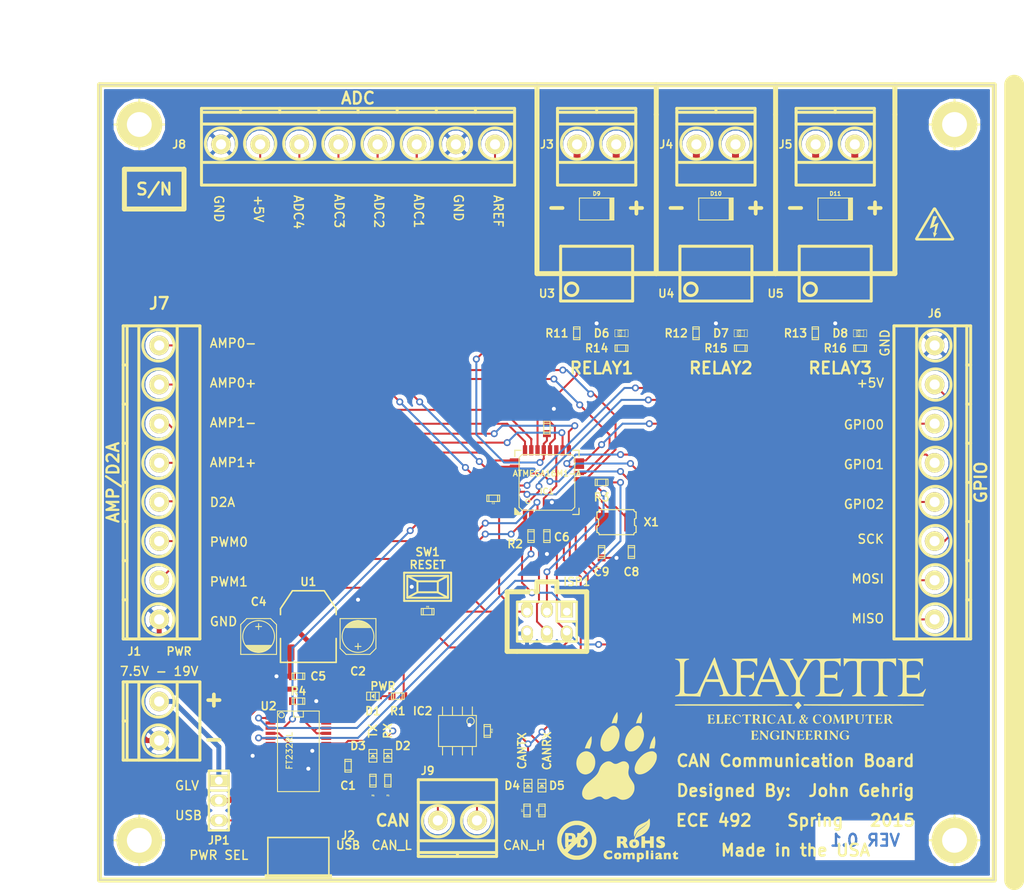
<source format=kicad_pcb>
(kicad_pcb (version 3) (host pcbnew "(2013-may-18)-stable")
  (layers (15 F.Cu signal) (0 B.Cu signal) (18 B.Paste user) (19 F.Paste user) (20 B.SilkS user) (21 F.SilkS user) (22 B.Mask user) (23 F.Mask user) (28 Edge.Cuts user))
  (net 0 "")
  (net 1 /ADC1)
  (net 2 /ADC2)
  (net 3 /ADC3)
  (net 4 /ADC4)
  (net 5 /AMP0+)
  (net 6 /AMP0-)
  (net 7 /AMP1+)
  (net 8 /AMP1-)
  (net 9 /AREF)
  (net 10 /CANRX)
  (net 11 /CANTX)
  (net 12 /CAN_H)
  (net 13 /CAN_L)
  (net 14 /CBUS0)
  (net 15 /CBUS1)
  (net 16 /D2A)
  (net 17 /FTDI_RX)
  (net 18 /FTDI_TX)
  (net 19 /GPIO0)
  (net 20 /GPIO1)
  (net 21 /GPIO2)
  (net 22 /MISO)
  (net 23 /MISO_A)
  (net 24 /MOSI)
  (net 25 /MOSI_A)
  (net 26 /PWM0)
  (net 27 /RTS)
  (net 28 /RXD)
  (net 29 /SCK)
  (net 30 /SSR0)
  (net 31 /SSR1)
  (net 32 /SSR2)
  (net 33 /SSR_0A)
  (net 34 /SSR_0B)
  (net 35 /SSR_1A)
  (net 36 /SSR_1B)
  (net 37 /SSR_2A)
  (net 38 /SSR_2B)
  (net 39 /USBD+)
  (net 40 /USBD-)
  (net 41 /V_GLV)
  (net 42 /V_USB)
  (net 43 /V_USER)
  (net 44 /~RESET)
  (net 45 GND)
  (net 46 N-0000028)
  (net 47 N-0000034)
  (net 48 N-0000035)
  (net 49 N-0000041)
  (net 50 N-0000043)
  (net 51 N-0000047)
  (net 52 N-0000048)
  (net 53 N-0000049)
  (net 54 N-0000050)
  (net 55 N-0000054)
  (net 56 N-0000055)
  (net 57 N-0000056)
  (net 58 N-0000060)
  (net 59 N-0000061)
  (net 60 VCC)
  (module hole_5mm (layer F.Cu) (at 48.26 50.8)
    (fp_text reference hole_5mm hide)
    (fp_text value VAL** hide)
    (pad 1 thru_hole circle (at 0 0) (size 5.5626 5.5626) (drill 3.175) (layers *.Cu *.Mask F.SilkS))
  )
  (module hole_5mm (layer F.Cu) (at 152.4 50.8)
    (fp_text reference hole_5mm hide)
    (fp_text value VAL** hide)
    (pad 1 thru_hole circle (at 0 0) (size 5.5626 5.5626) (drill 3.175) (layers *.Cu *.Mask F.SilkS))
  )
  (module hole_5mm (layer F.Cu) (at 152.4 142.24)
    (fp_text reference hole_5mm hide)
    (fp_text value VAL** hide)
    (pad 1 thru_hole circle (at 0 0) (size 5.5626 5.5626) (drill 3.175) (layers *.Cu *.Mask F.SilkS))
  )
  (module SSOP28 (layer F.Cu) (at 68.58 130.81 270)
    (fp_text reference U2 (at -5.715 3.81 360) (layer F.SilkS) (effects (font (size 1.016 1.016) (thickness 0.2032))))
    (fp_text value FT232RL (at 0 1.143 270) (layer F.SilkS) (effects (font (size 0.762 0.762) (thickness 0.127))))
    (pad 1 smd rect (at -4.191 3.556 270) (size 0.4064 1.27) (layers F.Cu F.Paste F.Mask) (net 18 /FTDI_TX))
    (pad 2 smd rect (at -3.556 3.556 270) (size 0.4064 1.27) (layers F.Cu F.Paste F.Mask))
    (pad 3 smd rect (at -2.8956 3.556 270) (size 0.4064 1.27) (layers F.Cu F.Paste F.Mask) (net 27 /RTS))
    (pad 4 smd rect (at -2.2352 3.556 270) (size 0.4064 1.27) (layers F.Cu F.Paste F.Mask) (net 60 VCC))
    (pad 5 smd rect (at -1.6002 3.556 270) (size 0.4064 1.27) (layers F.Cu F.Paste F.Mask) (net 17 /FTDI_RX))
    (pad 6 smd rect (at -0.9398 3.556 270) (size 0.4064 1.27) (layers F.Cu F.Paste F.Mask))
    (pad 7 smd rect (at -0.2794 3.556 270) (size 0.4064 1.27) (layers F.Cu F.Paste F.Mask) (net 45 GND))
    (pad 8 smd rect (at 0.3556 3.556 270) (size 0.4064 1.27) (layers F.Cu F.Paste F.Mask))
    (pad 9 smd rect (at 1.016 3.556 270) (size 0.4064 1.27) (layers F.Cu F.Paste F.Mask))
    (pad 10 smd rect (at 1.651 3.556 270) (size 0.4064 1.27) (layers F.Cu F.Paste F.Mask))
    (pad 11 smd rect (at 2.3114 3.556 270) (size 0.4064 1.27) (layers F.Cu F.Paste F.Mask))
    (pad 12 smd rect (at 2.9718 3.556 270) (size 0.4064 1.27) (layers F.Cu F.Paste F.Mask))
    (pad 13 smd rect (at 3.6068 3.556 270) (size 0.4064 1.27) (layers F.Cu F.Paste F.Mask))
    (pad 14 smd rect (at 4.2672 3.556 270) (size 0.4064 1.27) (layers F.Cu F.Paste F.Mask))
    (pad 15 smd rect (at 4.2672 -3.556 270) (size 0.4064 1.27) (layers F.Cu F.Paste F.Mask) (net 39 /USBD+))
    (pad 16 smd rect (at 3.6068 -3.556 270) (size 0.4064 1.27) (layers F.Cu F.Paste F.Mask) (net 40 /USBD-))
    (pad 17 smd rect (at 2.9972 -3.556 270) (size 0.4064 1.27) (layers F.Cu F.Paste F.Mask))
    (pad 18 smd rect (at 2.3114 -3.556 270) (size 0.4064 1.27) (layers F.Cu F.Paste F.Mask) (net 45 GND))
    (pad 19 smd rect (at 1.651 -3.556 270) (size 0.4064 1.27) (layers F.Cu F.Paste F.Mask) (net 60 VCC))
    (pad 20 smd rect (at 1.016 -3.556 270) (size 0.4064 1.27) (layers F.Cu F.Paste F.Mask) (net 60 VCC))
    (pad 21 smd rect (at 0.3556 -3.556 270) (size 0.4064 1.27) (layers F.Cu F.Paste F.Mask) (net 45 GND))
    (pad 22 smd rect (at -0.2794 -3.556 270) (size 0.4064 1.27) (layers F.Cu F.Paste F.Mask) (net 15 /CBUS1))
    (pad 23 smd rect (at -0.9398 -3.556 270) (size 0.4064 1.27) (layers F.Cu F.Paste F.Mask) (net 14 /CBUS0))
    (pad 24 smd rect (at -1.6002 -3.556 270) (size 0.4064 1.27) (layers F.Cu F.Paste F.Mask))
    (pad 25 smd rect (at -2.2352 -3.556 270) (size 0.4064 1.27) (layers F.Cu F.Paste F.Mask) (net 45 GND))
    (pad 26 smd rect (at -2.8956 -3.556 270) (size 0.4064 1.27) (layers F.Cu F.Paste F.Mask) (net 45 GND))
    (pad 27 smd rect (at -3.556 -3.556 270) (size 0.4064 1.27) (layers F.Cu F.Paste F.Mask))
    (pad 28 smd rect (at -4.191 -3.556 270) (size 0.4064 1.27) (layers F.Cu F.Paste F.Mask))
  )
  (module SOT223 (layer F.Cu) (at 69.85 114.935)
    (fp_text reference U1 (at 0 -5.715) (layer F.SilkS) (effects (font (size 1.016 1.016) (thickness 0.2032))))
    (fp_text value NCP1117ST50T3G hide)
    (pad 2 smd rect (at 0 -3.302) (size 3.6576 2.032) (layers F.Cu F.Paste F.Mask) (net 60 VCC))
    (pad 2 smd rect (at 0 3.302) (size 1.016 2.032) (layers F.Cu F.Paste F.Mask) (net 60 VCC))
    (pad 3 smd rect (at 2.286 3.302) (size 1.016 2.032) (layers F.Cu F.Paste F.Mask) (net 43 /V_USER))
    (pad 1 smd rect (at -2.286 3.302) (size 1.016 2.032) (layers F.Cu F.Paste F.Mask) (net 45 GND))
  )
  (module so-8 (layer F.Cu) (at 88.9 128.27 180)
    (fp_text reference IC2 (at 4.445 2.54 180) (layer F.SilkS) (effects (font (size 1.016 1.016) (thickness 0.2032))))
    (fp_text value MCP2551-I/SN hide)
    (pad 1 smd rect (at -1.905 2.794 180) (size 0.635 1.27) (layers F.Cu F.Paste F.Mask) (net 11 /CANTX))
    (pad 2 smd rect (at -0.635 2.794 180) (size 0.635 1.27) (layers F.Cu F.Paste F.Mask) (net 45 GND))
    (pad 3 smd rect (at 0.635 2.794 180) (size 0.635 1.27) (layers F.Cu F.Paste F.Mask) (net 60 VCC))
    (pad 4 smd rect (at 1.905 2.794 180) (size 0.635 1.27) (layers F.Cu F.Paste F.Mask) (net 10 /CANRX))
    (pad 5 smd rect (at 1.905 -2.794 180) (size 0.635 1.27) (layers F.Cu F.Paste F.Mask))
    (pad 6 smd rect (at 0.635 -2.794 180) (size 0.635 1.27) (layers F.Cu F.Paste F.Mask) (net 13 /CAN_L))
    (pad 7 smd rect (at -0.635 -2.794 180) (size 0.635 1.27) (layers F.Cu F.Paste F.Mask) (net 12 /CAN_H))
    (pad 8 smd rect (at -1.905 -2.794 180) (size 0.635 1.27) (layers F.Cu F.Paste F.Mask) (net 46 N-0000028))
  )
  (module smd_push (layer F.Cu) (at 85.09 109.855 180)
    (fp_text reference SW1 (at 0 4.445 180) (layer F.SilkS) (effects (font (size 1.016 1.016) (thickness 0.2032))))
    (fp_text value RESET (at 0 2.79908 180) (layer F.SilkS) (effects (font (size 1.016 1.016) (thickness 0.2032))))
    (pad 1 smd rect (at -3.59918 0 180) (size 1.00076 1.00076) (layers F.Cu F.Paste F.Mask) (net 44 /~RESET))
    (pad 2 smd rect (at 3.59918 0 180) (size 1.00076 1.00076) (layers F.Cu F.Paste F.Mask) (net 45 GND))
  )
  (module pin_strip_3x2 (layer F.Cu) (at 100.33 114.3 180)
    (fp_text reference ISP1 (at -3.81 5.08 180) (layer F.SilkS) (effects (font (size 1.016 1.016) (thickness 0.2032))))
    (fp_text value ISP1 hide)
    (pad 1 thru_hole rect (at -2.54 1.27 180) (size 1.524 1.99898) (drill 1.00076 (offset 0 0.24892)) (layers *.Cu *.Mask F.SilkS) (net 23 /MISO_A))
    (pad 2 thru_hole oval (at -2.54 -1.27 180) (size 1.524 1.99898) (drill 1.00076 (offset 0 -0.24892)) (layers *.Cu *.Mask F.SilkS) (net 60 VCC))
    (pad 3 thru_hole oval (at 0 1.27 180) (size 1.524 1.99898) (drill 1.00076 (offset 0 0.24892)) (layers *.Cu *.Mask F.SilkS) (net 28 /RXD))
    (pad 4 thru_hole oval (at 0 -1.27 180) (size 1.524 1.99898) (drill 1.00076 (offset 0 -0.24892)) (layers *.Cu *.Mask F.SilkS) (net 25 /MOSI_A))
    (pad 5 thru_hole oval (at 2.54 1.27 180) (size 1.524 1.99898) (drill 1.00076 (offset 0 0.24892)) (layers *.Cu *.Mask F.SilkS) (net 44 /~RESET))
    (pad 6 thru_hole oval (at 2.54 -1.27 180) (size 1.524 1.99898) (drill 1.00076 (offset 0 -0.24892)) (layers *.Cu *.Mask F.SilkS) (net 45 GND))
  )
  (module pin_strip_3 (layer F.Cu) (at 58.42 137.16 270)
    (fp_text reference JP1 (at 5.08 0 360) (layer F.SilkS) (effects (font (size 1.016 1.016) (thickness 0.2032))))
    (fp_text value JUMPER3 hide)
    (pad 1 thru_hole rect (at -2.54 0 270) (size 1.524 2.19964) (drill 1.00076) (layers *.Cu *.Mask F.SilkS) (net 41 /V_GLV))
    (pad 2 thru_hole oval (at 0 0 270) (size 1.524 2.19964) (drill 1.00076) (layers *.Cu *.Mask F.SilkS) (net 43 /V_USER))
    (pad 3 thru_hole oval (at 2.54 0 270) (size 1.524 2.19964) (drill 1.00076) (layers *.Cu *.Mask F.SilkS) (net 42 /V_USB))
  )
  (module mkds_1,5-8 (layer F.Cu) (at 149.86 96.52 90)
    (fp_text reference J6 (at 21.59 0 180) (layer F.SilkS) (effects (font (size 1.016 1.016) (thickness 0.2032))))
    (fp_text value GPIO (at 0 5.9 90) (layer F.SilkS) (effects (font (size 1.5 1.5) (thickness 0.3))))
    (pad 8 thru_hole circle (at 17.5 0 90) (size 2.5 2.5) (drill 1.3) (layers *.Cu *.Mask F.SilkS) (net 45 GND))
    (pad 7 thru_hole circle (at 12.5 0 90) (size 2.5 2.5) (drill 1.3) (layers *.Cu *.Mask F.SilkS) (net 60 VCC))
    (pad 6 thru_hole circle (at 7.5 0 90) (size 2.5 2.5) (drill 1.3) (layers *.Cu *.Mask F.SilkS) (net 19 /GPIO0))
    (pad 5 thru_hole circle (at 2.5 0 90) (size 2.5 2.5) (drill 1.3) (layers *.Cu *.Mask F.SilkS) (net 20 /GPIO1))
    (pad 4 thru_hole circle (at -2.5 0 90) (size 2.5 2.5) (drill 1.3) (layers *.Cu *.Mask F.SilkS) (net 21 /GPIO2))
    (pad 3 thru_hole circle (at -7.5 0 90) (size 2.5 2.5) (drill 1.3) (layers *.Cu *.Mask F.SilkS) (net 29 /SCK))
    (pad 1 thru_hole circle (at -17.5 0 90) (size 2.5 2.5) (drill 1.3) (layers *.Cu *.Mask F.SilkS) (net 22 /MISO))
    (pad 2 thru_hole circle (at -12.5 0 90) (size 2.5 2.5) (drill 1.3) (layers *.Cu *.Mask F.SilkS) (net 24 /MOSI))
  )
  (module mkds_1,5-8 (layer F.Cu) (at 76.2 53.34 180)
    (fp_text reference J8 (at 22.86 0 180) (layer F.SilkS) (effects (font (size 1.016 1.016) (thickness 0.2032))))
    (fp_text value ADC (at 0 5.9 180) (layer F.SilkS) (effects (font (size 1.5 1.5) (thickness 0.3))))
    (pad 8 thru_hole circle (at 17.5 0 180) (size 2.5 2.5) (drill 1.3) (layers *.Cu *.Mask F.SilkS) (net 45 GND))
    (pad 7 thru_hole circle (at 12.5 0 180) (size 2.5 2.5) (drill 1.3) (layers *.Cu *.Mask F.SilkS) (net 60 VCC))
    (pad 6 thru_hole circle (at 7.5 0 180) (size 2.5 2.5) (drill 1.3) (layers *.Cu *.Mask F.SilkS) (net 4 /ADC4))
    (pad 5 thru_hole circle (at 2.5 0 180) (size 2.5 2.5) (drill 1.3) (layers *.Cu *.Mask F.SilkS) (net 3 /ADC3))
    (pad 4 thru_hole circle (at -2.5 0 180) (size 2.5 2.5) (drill 1.3) (layers *.Cu *.Mask F.SilkS) (net 2 /ADC2))
    (pad 3 thru_hole circle (at -7.5 0 180) (size 2.5 2.5) (drill 1.3) (layers *.Cu *.Mask F.SilkS) (net 1 /ADC1))
    (pad 1 thru_hole circle (at -17.5 0 180) (size 2.5 2.5) (drill 1.3) (layers *.Cu *.Mask F.SilkS) (net 9 /AREF))
    (pad 2 thru_hole circle (at -12.5 0 180) (size 2.5 2.5) (drill 1.3) (layers *.Cu *.Mask F.SilkS) (net 45 GND))
  )
  (module mkds_1,5-8 (layer F.Cu) (at 50.8 96.52 270)
    (fp_text reference J7 (at -22.86 0 360) (layer F.SilkS) (effects (font (size 1.5 1.5) (thickness 0.3))))
    (fp_text value AMP/D2A (at 0 5.9 270) (layer F.SilkS) (effects (font (size 1.5 1.5) (thickness 0.3))))
    (pad 8 thru_hole circle (at 17.5 0 270) (size 2.5 2.5) (drill 1.3) (layers *.Cu *.Mask F.SilkS) (net 45 GND))
    (pad 7 thru_hole circle (at 12.5 0 270) (size 2.5 2.5) (drill 1.3) (layers *.Cu *.Mask F.SilkS) (net 23 /MISO_A))
    (pad 6 thru_hole circle (at 7.5 0 270) (size 2.5 2.5) (drill 1.3) (layers *.Cu *.Mask F.SilkS) (net 26 /PWM0))
    (pad 5 thru_hole circle (at 2.5 0 270) (size 2.5 2.5) (drill 1.3) (layers *.Cu *.Mask F.SilkS) (net 16 /D2A))
    (pad 4 thru_hole circle (at -2.5 0 270) (size 2.5 2.5) (drill 1.3) (layers *.Cu *.Mask F.SilkS) (net 7 /AMP1+))
    (pad 3 thru_hole circle (at -7.5 0 270) (size 2.5 2.5) (drill 1.3) (layers *.Cu *.Mask F.SilkS) (net 8 /AMP1-))
    (pad 1 thru_hole circle (at -17.5 0 270) (size 2.5 2.5) (drill 1.3) (layers *.Cu *.Mask F.SilkS) (net 6 /AMP0-))
    (pad 2 thru_hole circle (at -12.5 0 270) (size 2.5 2.5) (drill 1.3) (layers *.Cu *.Mask F.SilkS) (net 5 /AMP0+))
  )
  (module mkds_1,5-2 (layer F.Cu) (at 106.68 53.34 180)
    (fp_text reference J3 (at 6.35 0 180) (layer F.SilkS) (effects (font (size 1.016 1.016) (thickness 0.2032))))
    (fp_text value RELAY1 (at -0.635 -28.575 180) (layer F.SilkS) (effects (font (size 1.5 1.5) (thickness 0.3))))
    (pad 1 thru_hole circle (at -2.5 0 180) (size 2.5 2.5) (drill 1.3) (layers *.Cu *.Mask F.SilkS) (net 33 /SSR_0A))
    (pad 2 thru_hole circle (at 2.5 0 180) (size 2.5 2.5) (drill 1.3) (layers *.Cu *.Mask F.SilkS) (net 34 /SSR_0B))
  )
  (module mkds_1,5-2 (layer F.Cu) (at 50.8 127 270)
    (fp_text reference J1 (at -8.89 3.175 360) (layer F.SilkS) (effects (font (size 1.016 1.016) (thickness 0.2032))))
    (fp_text value PWR (at -8.89 -2.54 360) (layer F.SilkS) (effects (font (size 1.016 1.016) (thickness 0.2032))))
    (pad 1 thru_hole circle (at -2.5 0 270) (size 2.5 2.5) (drill 1.3) (layers *.Cu *.Mask F.SilkS) (net 41 /V_GLV))
    (pad 2 thru_hole circle (at 2.5 0 270) (size 2.5 2.5) (drill 1.3) (layers *.Cu *.Mask F.SilkS) (net 45 GND))
  )
  (module mkds_1,5-2 (layer F.Cu) (at 121.92 53.34 180)
    (fp_text reference J4 (at 6.35 0 180) (layer F.SilkS) (effects (font (size 1.016 1.016) (thickness 0.2032))))
    (fp_text value RELAY2 (at -0.635 -28.575 180) (layer F.SilkS) (effects (font (size 1.5 1.5) (thickness 0.3))))
    (pad 1 thru_hole circle (at -2.5 0 180) (size 2.5 2.5) (drill 1.3) (layers *.Cu *.Mask F.SilkS) (net 35 /SSR_1A))
    (pad 2 thru_hole circle (at 2.5 0 180) (size 2.5 2.5) (drill 1.3) (layers *.Cu *.Mask F.SilkS) (net 36 /SSR_1B))
  )
  (module mkds_1,5-2 (layer F.Cu) (at 137.16 53.34 180)
    (fp_text reference J5 (at 6.35 0 180) (layer F.SilkS) (effects (font (size 1.016 1.016) (thickness 0.2032))))
    (fp_text value RELAY3 (at -0.635 -28.575 180) (layer F.SilkS) (effects (font (size 1.5 1.5) (thickness 0.3))))
    (pad 1 thru_hole circle (at -2.5 0 180) (size 2.5 2.5) (drill 1.3) (layers *.Cu *.Mask F.SilkS) (net 37 /SSR_2A))
    (pad 2 thru_hole circle (at 2.5 0 180) (size 2.5 2.5) (drill 1.3) (layers *.Cu *.Mask F.SilkS) (net 38 /SSR_2B))
  )
  (module mkds_1,5-2 (layer F.Cu) (at 88.9 139.7)
    (fp_text reference J9 (at -3.81 -6.35) (layer F.SilkS) (effects (font (size 1.016 1.016) (thickness 0.2032))))
    (fp_text value CAN (at -8.255 0) (layer F.SilkS) (effects (font (size 1.5 1.5) (thickness 0.3))))
    (pad 1 thru_hole circle (at -2.5 0) (size 2.5 2.5) (drill 1.3) (layers *.Cu *.Mask F.SilkS) (net 13 /CAN_L))
    (pad 2 thru_hole circle (at 2.5 0) (size 2.5 2.5) (drill 1.3) (layers *.Cu *.Mask F.SilkS) (net 12 /CAN_H))
  )
  (module mdip_6 (layer F.Cu) (at 137.16 69.85)
    (fp_text reference U5 (at -7.62 2.54) (layer F.SilkS) (effects (font (size 1.016 1.016) (thickness 0.2032))))
    (fp_text value RELAY_VO14642AT hide)
    (pad 1 smd rect (at -2.54 4.50596) (size 1.8 1.5) (layers F.Cu F.Paste F.Mask) (net 50 N-0000043))
    (pad 2 smd rect (at 0 4.50596) (size 1.8 1.5) (layers F.Cu F.Paste F.Mask) (net 45 GND))
    (pad 3 smd rect (at 2.54 4.50596) (size 1.8 1.5) (layers F.Cu F.Paste F.Mask))
    (pad 4 smd rect (at 2.54 -4.50596) (size 1.8 1.5) (layers F.Cu F.Paste F.Mask) (net 37 /SSR_2A))
    (pad 5 smd rect (at 0 -4.50596) (size 1.8 1.5) (layers F.Cu F.Paste F.Mask))
    (pad 6 smd rect (at -2.54 -4.5) (size 1.8 1.5) (layers F.Cu F.Paste F.Mask) (net 38 /SSR_2B))
  )
  (module mdip_6 (layer F.Cu) (at 121.92 69.85)
    (fp_text reference U4 (at -6.35 2.54) (layer F.SilkS) (effects (font (size 1.016 1.016) (thickness 0.2032))))
    (fp_text value RELAY_VO14642AT hide)
    (pad 1 smd rect (at -2.54 4.50596) (size 1.8 1.5) (layers F.Cu F.Paste F.Mask) (net 48 N-0000035))
    (pad 2 smd rect (at 0 4.50596) (size 1.8 1.5) (layers F.Cu F.Paste F.Mask) (net 45 GND))
    (pad 3 smd rect (at 2.54 4.50596) (size 1.8 1.5) (layers F.Cu F.Paste F.Mask))
    (pad 4 smd rect (at 2.54 -4.50596) (size 1.8 1.5) (layers F.Cu F.Paste F.Mask) (net 35 /SSR_1A))
    (pad 5 smd rect (at 0 -4.50596) (size 1.8 1.5) (layers F.Cu F.Paste F.Mask))
    (pad 6 smd rect (at -2.54 -4.5) (size 1.8 1.5) (layers F.Cu F.Paste F.Mask) (net 36 /SSR_1B))
  )
  (module mdip_6 (layer F.Cu) (at 106.68 69.85)
    (fp_text reference U3 (at -6.35 2.54) (layer F.SilkS) (effects (font (size 1.016 1.016) (thickness 0.2032))))
    (fp_text value RELAY_VO14642AT hide)
    (pad 1 smd rect (at -2.54 4.50596) (size 1.8 1.5) (layers F.Cu F.Paste F.Mask) (net 47 N-0000034))
    (pad 2 smd rect (at 0 4.50596) (size 1.8 1.5) (layers F.Cu F.Paste F.Mask) (net 45 GND))
    (pad 3 smd rect (at 2.54 4.50596) (size 1.8 1.5) (layers F.Cu F.Paste F.Mask))
    (pad 4 smd rect (at 2.54 -4.50596) (size 1.8 1.5) (layers F.Cu F.Paste F.Mask) (net 33 /SSR_0A))
    (pad 5 smd rect (at 0 -4.50596) (size 1.8 1.5) (layers F.Cu F.Paste F.Mask))
    (pad 6 smd rect (at -2.54 -4.5) (size 1.8 1.5) (layers F.Cu F.Paste F.Mask) (net 34 /SSR_0B))
  )
  (module lqfp32 (layer F.Cu) (at 100.33 96.52)
    (fp_text reference IC1 (at 0 1.143) (layer F.SilkS) (effects (font (size 0.7493 0.7493) (thickness 0.14986))))
    (fp_text value ATMEGA16M1-A (at 0 -1.143) (layer F.SilkS) (effects (font (size 0.7493 0.7493) (thickness 0.14986))))
    (pad 4 smd rect (at -0.39878 4.09956) (size 0.55118 1.30048) (layers F.Cu F.Paste F.Mask) (net 60 VCC))
    (pad 5 smd rect (at 0.39878 4.09956) (size 0.55118 1.30048) (layers F.Cu F.Paste F.Mask) (net 45 GND))
    (pad 6 smd rect (at 1.19888 4.09956) (size 0.55118 1.30048) (layers F.Cu F.Paste F.Mask) (net 11 /CANTX))
    (pad 7 smd rect (at 1.99898 4.09956) (size 0.55118 1.30048) (layers F.Cu F.Paste F.Mask) (net 10 /CANRX))
    (pad 8 smd rect (at 2.79908 4.09956) (size 0.55118 1.30048) (layers F.Cu F.Paste F.Mask) (net 22 /MISO))
    (pad 1 smd rect (at -2.79908 4.09956) (size 0.55118 1.30048) (layers F.Cu F.Paste F.Mask) (net 23 /MISO_A))
    (pad 2 smd rect (at -1.99898 4.09956) (size 0.55118 1.30048) (layers F.Cu F.Paste F.Mask) (net 25 /MOSI_A))
    (pad 3 smd rect (at -1.19888 4.09956) (size 0.55118 1.30048) (layers F.Cu F.Paste F.Mask) (net 26 /PWM0))
    (pad 9 smd rect (at 4.09956 2.79908) (size 1.30048 0.55118) (layers F.Cu F.Paste F.Mask) (net 24 /MOSI))
    (pad 10 smd rect (at 4.09956 1.99898) (size 1.30048 0.55118) (layers F.Cu F.Paste F.Mask) (net 59 N-0000061))
    (pad 11 smd rect (at 4.09956 1.19888) (size 1.30048 0.55118) (layers F.Cu F.Paste F.Mask) (net 58 N-0000060))
    (pad 12 smd rect (at 4.09956 0.39878) (size 1.30048 0.55118) (layers F.Cu F.Paste F.Mask) (net 28 /RXD))
    (pad 13 smd rect (at 4.09956 -0.39878) (size 1.30048 0.55118) (layers F.Cu F.Paste F.Mask) (net 1 /ADC1))
    (pad 14 smd rect (at 4.09956 -1.19888) (size 1.30048 0.55118) (layers F.Cu F.Paste F.Mask) (net 2 /ADC2))
    (pad 15 smd rect (at 4.09956 -1.99898) (size 1.30048 0.55118) (layers F.Cu F.Paste F.Mask) (net 20 /GPIO1))
    (pad 16 smd rect (at 4.09956 -2.79908) (size 1.30048 0.55118) (layers F.Cu F.Paste F.Mask) (net 19 /GPIO0))
    (pad 17 smd rect (at 2.79908 -4.09956) (size 0.55118 1.30048) (layers F.Cu F.Paste F.Mask) (net 8 /AMP1-))
    (pad 18 smd rect (at 1.99898 -4.09956) (size 0.55118 1.30048) (layers F.Cu F.Paste F.Mask) (net 7 /AMP1+))
    (pad 19 smd rect (at 1.19888 -4.09956) (size 0.55118 1.30048) (layers F.Cu F.Paste F.Mask) (net 60 VCC))
    (pad 20 smd rect (at 0.39878 -4.09956) (size 0.55118 1.30048) (layers F.Cu F.Paste F.Mask) (net 45 GND))
    (pad 21 smd rect (at -0.39878 -4.09956) (size 0.55118 1.30048) (layers F.Cu F.Paste F.Mask) (net 9 /AREF))
    (pad 22 smd rect (at -1.19888 -4.09956) (size 0.55118 1.30048) (layers F.Cu F.Paste F.Mask) (net 30 /SSR0))
    (pad 23 smd rect (at -1.99898 -4.09956) (size 0.55118 1.30048) (layers F.Cu F.Paste F.Mask) (net 6 /AMP0-))
    (pad 24 smd rect (at -2.79908 -4.09956) (size 0.55118 1.30048) (layers F.Cu F.Paste F.Mask) (net 5 /AMP0+))
    (pad 25 smd rect (at -4.09956 -2.79908) (size 1.30048 0.55118) (layers F.Cu F.Paste F.Mask) (net 16 /D2A))
    (pad 26 smd rect (at -4.09956 -1.99898) (size 1.30048 0.55118) (layers F.Cu F.Paste F.Mask) (net 3 /ADC3))
    (pad 27 smd rect (at -4.09956 -1.19888) (size 1.30048 0.55118) (layers F.Cu F.Paste F.Mask) (net 4 /ADC4))
    (pad 28 smd rect (at -4.09956 -0.39878) (size 1.30048 0.55118) (layers F.Cu F.Paste F.Mask) (net 29 /SCK))
    (pad 29 smd rect (at -4.09956 0.39878) (size 1.30048 0.55118) (layers F.Cu F.Paste F.Mask) (net 31 /SSR1))
    (pad 30 smd rect (at -4.09956 1.19888) (size 1.30048 0.55118) (layers F.Cu F.Paste F.Mask) (net 21 /GPIO2))
    (pad 31 smd rect (at -4.09956 1.99898) (size 1.30048 0.55118) (layers F.Cu F.Paste F.Mask) (net 44 /~RESET))
    (pad 32 smd rect (at -4.09956 2.79908) (size 1.30048 0.55118) (layers F.Cu F.Paste F.Mask) (net 32 /SSR2))
  )
  (module crystal_smd_5x3.2mm (layer F.Cu) (at 109.22 101.6 180)
    (fp_text reference X1 (at -4.445 0 180) (layer F.SilkS) (effects (font (size 1.016 1.016) (thickness 0.2032))))
    (fp_text value 16MHz hide)
    (pad 1 smd rect (at -1.85 0 180) (size 1.7 2.4) (layers F.Cu F.Paste F.Mask) (net 58 N-0000060))
    (pad 2 smd rect (at 1.85 0 180) (size 1.7 2.4) (layers F.Cu F.Paste F.Mask) (net 59 N-0000061))
  )
  (module c_elec_4x5.3 (layer F.Cu) (at 63.5 116.205 90)
    (fp_text reference C4 (at 4.445 0 180) (layer F.SilkS) (effects (font (size 1.016 1.016) (thickness 0.2032))))
    (fp_text value 47u hide)
    (pad 1 smd rect (at 1.80086 0 90) (size 2.60096 1.6002) (layers F.Cu F.Paste F.Mask) (net 60 VCC))
    (pad 2 smd rect (at -1.80086 0 90) (size 2.60096 1.6002) (layers F.Cu F.Paste F.Mask) (net 45 GND))
  )
  (module c_elec_4x5.3 (layer F.Cu) (at 76.2 116.205 270)
    (fp_text reference C2 (at 4.445 0 360) (layer F.SilkS) (effects (font (size 1.016 1.016) (thickness 0.2032))))
    (fp_text value 47u hide)
    (pad 1 smd rect (at 1.80086 0 270) (size 2.60096 1.6002) (layers F.Cu F.Paste F.Mask) (net 43 /V_USER))
    (pad 2 smd rect (at -1.80086 0 270) (size 2.60096 1.6002) (layers F.Cu F.Paste F.Mask) (net 45 GND))
  )
  (module hole_5mm (layer F.Cu) (at 48.26 142.24)
    (fp_text reference hole_5mm hide)
    (fp_text value VAL** hide)
    (pad 1 thru_hole circle (at 0 0) (size 5.5626 5.5626) (drill 3.175) (layers *.Cu *.Mask F.SilkS))
  )
  (module Logo_silk_high_voltage_5x4.2mm (layer F.Cu) (at 149.86 63.5)
    (fp_text reference G*** hide)
    (fp_text value LOGO hide)
  )
  (module c_0603 (layer F.Cu) (at 107.315 105.41 90)
    (fp_text reference C9 (at -2.54 0 180) (layer F.SilkS) (effects (font (size 1.016 1.016) (thickness 0.2032))))
    (fp_text value 22p hide)
    (pad 1 smd rect (at 0.75184 0 90) (size 0.89916 1.00076) (layers F.Cu F.Paste F.Mask) (net 59 N-0000061))
    (pad 2 smd rect (at -0.75184 0 90) (size 0.89916 1.00076) (layers F.Cu F.Paste F.Mask) (net 45 GND))
  )
  (module c_0603 (layer F.Cu) (at 111.125 105.41 90)
    (fp_text reference C8 (at -2.54 0 180) (layer F.SilkS) (effects (font (size 1.016 1.016) (thickness 0.2032))))
    (fp_text value 22p hide)
    (pad 1 smd rect (at 0.75184 0 90) (size 0.89916 1.00076) (layers F.Cu F.Paste F.Mask) (net 58 N-0000060))
    (pad 2 smd rect (at -0.75184 0 90) (size 0.89916 1.00076) (layers F.Cu F.Paste F.Mask) (net 45 GND))
  )
  (module c_0603 (layer F.Cu) (at 68.58 121.285)
    (fp_text reference C5 (at 2.54 0) (layer F.SilkS) (effects (font (size 1.016 1.016) (thickness 0.2032))))
    (fp_text value 0.1 hide)
    (pad 1 smd rect (at 0.75184 0) (size 0.89916 1.00076) (layers F.Cu F.Paste F.Mask) (net 60 VCC))
    (pad 2 smd rect (at -0.75184 0) (size 0.89916 1.00076) (layers F.Cu F.Paste F.Mask) (net 45 GND))
  )
  (module c_0603 (layer F.Cu) (at 74.93 132.715 90)
    (fp_text reference C1 (at -2.54 0 180) (layer F.SilkS) (effects (font (size 1.016 1.016) (thickness 0.2032))))
    (fp_text value C hide)
    (pad 1 smd rect (at 0.75184 0 90) (size 0.89916 1.00076) (layers F.Cu F.Paste F.Mask) (net 60 VCC))
    (pad 2 smd rect (at -0.75184 0 90) (size 0.89916 1.00076) (layers F.Cu F.Paste F.Mask) (net 45 GND))
  )
  (module r_0603 (layer F.Cu) (at 92.71 128.27 270)
    (fp_text reference R10 (at 0 -0.6096 270) (layer F.SilkS) (effects (font (size 0.20066 0.20066) (thickness 0.04064))))
    (fp_text value 10k hide)
    (pad 1 smd rect (at 0.75184 0 270) (size 0.89916 1.00076) (layers F.Cu F.Paste F.Mask) (net 46 N-0000028))
    (pad 2 smd rect (at -0.75184 0 270) (size 0.89916 1.00076) (layers F.Cu F.Paste F.Mask) (net 45 GND))
  )
  (module r_0603 (layer F.Cu) (at 107.315 96.52)
    (fp_text reference R3 (at 0 1.905) (layer F.SilkS) (effects (font (size 1.016 1.016) (thickness 0.2032))))
    (fp_text value 1k hide)
    (pad 1 smd rect (at 0.75184 0) (size 0.89916 1.00076) (layers F.Cu F.Paste F.Mask) (net 17 /FTDI_RX))
    (pad 2 smd rect (at -0.75184 0) (size 0.89916 1.00076) (layers F.Cu F.Paste F.Mask) (net 28 /RXD))
  )
  (module c_0603 (layer F.Cu) (at 93.472 98.552 180)
    (fp_text reference C3 (at 0 -0.635 180) (layer F.SilkS) (effects (font (size 0.20066 0.20066) (thickness 0.04064))))
    (fp_text value 0.1u hide)
    (pad 1 smd rect (at 0.75184 0 180) (size 0.89916 1.00076) (layers F.Cu F.Paste F.Mask) (net 27 /RTS))
    (pad 2 smd rect (at -0.75184 0 180) (size 0.89916 1.00076) (layers F.Cu F.Paste F.Mask) (net 44 /~RESET))
  )
  (module r_0603 (layer F.Cu) (at 68.58 124.46)
    (fp_text reference R4 (at 0 -1.27) (layer F.SilkS) (effects (font (size 1.016 1.016) (thickness 0.2032))))
    (fp_text value 1k hide)
    (pad 1 smd rect (at 0.75184 0) (size 0.89916 1.00076) (layers F.Cu F.Paste F.Mask) (net 45 GND))
    (pad 2 smd rect (at -0.75184 0) (size 0.89916 1.00076) (layers F.Cu F.Paste F.Mask) (net 27 /RTS))
  )
  (module r_0603 (layer F.Cu) (at 98.298 103.378 270)
    (fp_text reference R2 (at 1.016 2.032 360) (layer F.SilkS) (effects (font (size 1.016 1.016) (thickness 0.2032))))
    (fp_text value 1k hide)
    (pad 1 smd rect (at 0.75184 0 270) (size 0.89916 1.00076) (layers F.Cu F.Paste F.Mask) (net 18 /FTDI_TX))
    (pad 2 smd rect (at -0.75184 0 270) (size 0.89916 1.00076) (layers F.Cu F.Paste F.Mask) (net 25 /MOSI_A))
  )
  (module Led_0603 (layer F.Cu) (at 97.917 135.255 90)
    (fp_text reference D4 (at 0 -2.032 180) (layer F.SilkS) (effects (font (size 1.016 1.016) (thickness 0.2032))))
    (fp_text value CANTX (at 4.445 -0.762 90) (layer F.SilkS) (effects (font (size 1.016 1.016) (thickness 0.2032))))
    (pad 1 smd rect (at -0.7493 0 90) (size 0.79756 0.79756) (layers F.Cu F.Paste F.Mask) (net 55 N-0000054))
    (pad 2 smd rect (at 0.7493 0 90) (size 0.79756 0.79756) (layers F.Cu F.Paste F.Mask) (net 11 /CANTX))
  )
  (module Led_0603 (layer F.Cu) (at 99.695 135.255 90)
    (fp_text reference D5 (at 0 1.905 180) (layer F.SilkS) (effects (font (size 1.016 1.016) (thickness 0.2032))))
    (fp_text value CANRX (at 4.445 0.635 90) (layer F.SilkS) (effects (font (size 1.016 1.016) (thickness 0.2032))))
    (pad 1 smd rect (at -0.7493 0 90) (size 0.79756 0.79756) (layers F.Cu F.Paste F.Mask) (net 57 N-0000056))
    (pad 2 smd rect (at 0.7493 0 90) (size 0.79756 0.79756) (layers F.Cu F.Paste F.Mask) (net 10 /CANRX))
  )
  (module Led_0603 (layer F.Cu) (at 80.01 131.445 90)
    (fp_text reference D2 (at 1.27 1.905 180) (layer F.SilkS) (effects (font (size 1.016 1.016) (thickness 0.2032))))
    (fp_text value RX (at 3.175 0 90) (layer F.SilkS) (effects (font (size 1.016 1.016) (thickness 0.2032))))
    (pad 1 smd rect (at -0.7493 0 90) (size 0.79756 0.79756) (layers F.Cu F.Paste F.Mask) (net 54 N-0000050))
    (pad 2 smd rect (at 0.7493 0 90) (size 0.79756 0.79756) (layers F.Cu F.Paste F.Mask) (net 14 /CBUS0))
  )
  (module Led_0603 (layer F.Cu) (at 78.105 131.445 90)
    (fp_text reference D3 (at 1.27 -1.905 180) (layer F.SilkS) (effects (font (size 1.016 1.016) (thickness 0.2032))))
    (fp_text value TX (at 3.175 0 90) (layer F.SilkS) (effects (font (size 1.016 1.016) (thickness 0.2032))))
    (pad 1 smd rect (at -0.7493 0 90) (size 0.79756 0.79756) (layers F.Cu F.Paste F.Mask) (net 56 N-0000055))
    (pad 2 smd rect (at 0.7493 0 90) (size 0.79756 0.79756) (layers F.Cu F.Paste F.Mask) (net 15 /CBUS1))
  )
  (module Led_0603 (layer F.Cu) (at 78.105 123.825 180)
    (fp_text reference D1 (at 0 -1.905 180) (layer F.SilkS) (effects (font (size 1.016 1.016) (thickness 0.2032))))
    (fp_text value PWR (at -1.27 1.27 180) (layer F.SilkS) (effects (font (size 1.016 1.016) (thickness 0.2032))))
    (pad 1 smd rect (at -0.7493 0 180) (size 0.79756 0.79756) (layers F.Cu F.Paste F.Mask) (net 51 N-0000047))
    (pad 2 smd rect (at 0.7493 0 180) (size 0.79756 0.79756) (layers F.Cu F.Paste F.Mask) (net 45 GND))
  )
  (module r_0603 (layer F.Cu) (at 97.79 138.43 90)
    (fp_text reference R7 (at 0 -0.6096 90) (layer F.SilkS) (effects (font (size 0.20066 0.20066) (thickness 0.04064))))
    (fp_text value 1k hide)
    (pad 1 smd rect (at 0.75184 0 90) (size 0.89916 1.00076) (layers F.Cu F.Paste F.Mask) (net 55 N-0000054))
    (pad 2 smd rect (at -0.75184 0 90) (size 0.89916 1.00076) (layers F.Cu F.Paste F.Mask) (net 60 VCC))
  )
  (module r_0603 (layer F.Cu) (at 99.695 138.43 90)
    (fp_text reference R8 (at 0 -0.6096 90) (layer F.SilkS) (effects (font (size 0.20066 0.20066) (thickness 0.04064))))
    (fp_text value 1k hide)
    (pad 1 smd rect (at 0.75184 0 90) (size 0.89916 1.00076) (layers F.Cu F.Paste F.Mask) (net 57 N-0000056))
    (pad 2 smd rect (at -0.75184 0 90) (size 0.89916 1.00076) (layers F.Cu F.Paste F.Mask) (net 60 VCC))
  )
  (module r_0603 (layer F.Cu) (at 80.01 134.62 90)
    (fp_text reference R5 (at -1.905 0 180) (layer F.SilkS) (effects (font (size 0.20066 0.20066) (thickness 0.04064))))
    (fp_text value 1k hide)
    (pad 1 smd rect (at 0.75184 0 90) (size 0.89916 1.00076) (layers F.Cu F.Paste F.Mask) (net 54 N-0000050))
    (pad 2 smd rect (at -0.75184 0 90) (size 0.89916 1.00076) (layers F.Cu F.Paste F.Mask) (net 60 VCC))
  )
  (module r_0603 (layer F.Cu) (at 78.105 134.62 90)
    (fp_text reference R6 (at -1.905 0 180) (layer F.SilkS) (effects (font (size 0.20066 0.20066) (thickness 0.04064))))
    (fp_text value 1k hide)
    (pad 1 smd rect (at 0.75184 0 90) (size 0.89916 1.00076) (layers F.Cu F.Paste F.Mask) (net 56 N-0000055))
    (pad 2 smd rect (at -0.75184 0 90) (size 0.89916 1.00076) (layers F.Cu F.Paste F.Mask) (net 60 VCC))
  )
  (module r_0603 (layer F.Cu) (at 81.28 123.825)
    (fp_text reference R1 (at 0 1.905) (layer F.SilkS) (effects (font (size 1.016 1.016) (thickness 0.2032))))
    (fp_text value 220 hide)
    (pad 1 smd rect (at 0.75184 0) (size 0.89916 1.00076) (layers F.Cu F.Paste F.Mask) (net 60 VCC))
    (pad 2 smd rect (at -0.75184 0) (size 0.89916 1.00076) (layers F.Cu F.Paste F.Mask) (net 51 N-0000047))
  )
  (module r_0603 (layer F.Cu) (at 85.09 113.03)
    (fp_text reference R9 (at 0 -0.6096) (layer F.SilkS) (effects (font (size 0.20066 0.20066) (thickness 0.04064))))
    (fp_text value 10k hide)
    (pad 1 smd rect (at 0.75184 0) (size 0.89916 1.00076) (layers F.Cu F.Paste F.Mask) (net 44 /~RESET))
    (pad 2 smd rect (at -0.75184 0) (size 0.89916 1.00076) (layers F.Cu F.Paste F.Mask) (net 60 VCC))
  )
  (module c_0603 (layer F.Cu) (at 100.33 103.378 90)
    (fp_text reference C6 (at -0.127 1.905 180) (layer F.SilkS) (effects (font (size 1.016 1.016) (thickness 0.2032))))
    (fp_text value 0.1u hide)
    (pad 1 smd rect (at 0.75184 0 90) (size 0.89916 1.00076) (layers F.Cu F.Paste F.Mask) (net 60 VCC))
    (pad 2 smd rect (at -0.75184 0 90) (size 0.89916 1.00076) (layers F.Cu F.Paste F.Mask) (net 45 GND))
  )
  (module c_0603 (layer F.Cu) (at 100.33 89.535 270)
    (fp_text reference C7 (at 0 -0.635 270) (layer F.SilkS) (effects (font (size 0.20066 0.20066) (thickness 0.04064))))
    (fp_text value 0.1u hide)
    (pad 1 smd rect (at 0.75184 0 270) (size 0.89916 1.00076) (layers F.Cu F.Paste F.Mask) (net 9 /AREF))
    (pad 2 smd rect (at -0.75184 0 270) (size 0.89916 1.00076) (layers F.Cu F.Paste F.Mask) (net 45 GND))
  )
  (module r_0603 (layer F.Cu) (at 119.38 77.47 270)
    (fp_text reference R12 (at 0 2.54 360) (layer F.SilkS) (effects (font (size 1.016 1.016) (thickness 0.2032))))
    (fp_text value 220 hide)
    (pad 1 smd rect (at 0.75184 0 270) (size 0.89916 1.00076) (layers F.Cu F.Paste F.Mask) (net 31 /SSR1))
    (pad 2 smd rect (at -0.75184 0 270) (size 0.89916 1.00076) (layers F.Cu F.Paste F.Mask) (net 48 N-0000035))
  )
  (module r_0603 (layer F.Cu) (at 104.14 77.47 270)
    (fp_text reference R11 (at 0 2.54 360) (layer F.SilkS) (effects (font (size 1.016 1.016) (thickness 0.2032))))
    (fp_text value 220 hide)
    (pad 1 smd rect (at 0.75184 0 270) (size 0.89916 1.00076) (layers F.Cu F.Paste F.Mask) (net 30 /SSR0))
    (pad 2 smd rect (at -0.75184 0 270) (size 0.89916 1.00076) (layers F.Cu F.Paste F.Mask) (net 47 N-0000034))
  )
  (module r_0603 (layer F.Cu) (at 134.62 77.47 270)
    (fp_text reference R13 (at 0 2.54 360) (layer F.SilkS) (effects (font (size 1.016 1.016) (thickness 0.2032))))
    (fp_text value 220 hide)
    (pad 1 smd rect (at 0.75184 0 270) (size 0.89916 1.00076) (layers F.Cu F.Paste F.Mask) (net 32 /SSR2))
    (pad 2 smd rect (at -0.75184 0 270) (size 0.89916 1.00076) (layers F.Cu F.Paste F.Mask) (net 50 N-0000043))
  )
  (module Logo_silk_ROHS_10x5.6mm (layer F.Cu) (at 112.395 142.24)
    (fp_text reference G*** hide)
    (fp_text value LOGO hide)
  )
  (module Logo_silk_Lead-Free_5x5mm (layer F.Cu) (at 104.14 142.24)
    (fp_text reference G*** hide)
    (fp_text value LOGO hide)
  )
  (module conn_usb_B_micro_smd-2 (layer F.Cu) (at 68.58 144.78)
    (fp_text reference J2 (at 6.35 -3.175) (layer F.SilkS) (effects (font (size 1.016 1.016) (thickness 0.2032))))
    (fp_text value USB (at 6.35 -1.905) (layer F.SilkS) (effects (font (size 1.016 1.016) (thickness 0.2032))))
    (pad "" smd rect (at -1.19888 0) (size 1.89738 1.89738) (layers F.Cu F.Paste F.Mask))
    (pad "" smd rect (at 1.19888 0) (size 1.89738 1.89738) (layers F.Cu F.Paste F.Mask))
    (pad "" smd rect (at 3.9497 0) (size 1.89738 1.89738) (layers F.Cu F.Paste F.Mask))
    (pad "" smd rect (at -3.9497 0) (size 1.89738 1.89738) (layers F.Cu F.Paste F.Mask))
    (pad 1 smd rect (at -1.30048 -2.67462) (size 0.39878 1.34874) (layers F.Cu F.Paste F.Mask) (net 42 /V_USB))
    (pad 2 smd rect (at -0.6477 -2.67462) (size 0.39878 1.3462) (layers F.Cu F.Paste F.Mask) (net 40 /USBD-))
    (pad 3 smd rect (at 0 -2.67462) (size 0.39878 1.3462) (layers F.Cu F.Paste F.Mask) (net 39 /USBD+))
    (pad 4 smd rect (at 0.6477 -2.67462) (size 0.39878 1.3462) (layers F.Cu F.Paste F.Mask) (net 45 GND))
    (pad 5 smd rect (at 1.30048 -2.67462) (size 0.39878 1.3462) (layers F.Cu F.Paste F.Mask) (net 45 GND))
  )
  (module lafayette_ece (layer F.Cu) (at 132.715 124.46)
    (fp_text reference G*** hide)
    (fp_text value lafayette_ece hide)
  )
  (module lafayette_paw (layer F.Cu) (at 109.22 131.445)
    (fp_text reference G*** hide)
    (fp_text value lafayette_paw hide)
  )
  (module LED-0603 (layer F.Cu) (at 109.855 77.47 180)
    (fp_text reference D6 (at 2.54 0 180) (layer F.SilkS) (effects (font (size 1.016 1.016) (thickness 0.2032))))
    (fp_text value RELAY1 hide)
    (pad 1 smd rect (at -0.7493 0 180) (size 0.79756 0.79756) (layers F.Cu F.Paste F.Mask) (net 49 N-0000041))
    (pad 2 smd rect (at 0.7493 0 180) (size 0.79756 0.79756) (layers F.Cu F.Paste F.Mask) (net 45 GND))
  )
  (module LED-0603 (layer F.Cu) (at 125.095 77.47 180)
    (fp_text reference D7 (at 2.54 0 180) (layer F.SilkS) (effects (font (size 1.016 1.016) (thickness 0.2032))))
    (fp_text value RELAY2 hide)
    (pad 1 smd rect (at -0.7493 0 180) (size 0.79756 0.79756) (layers F.Cu F.Paste F.Mask) (net 53 N-0000049))
    (pad 2 smd rect (at 0.7493 0 180) (size 0.79756 0.79756) (layers F.Cu F.Paste F.Mask) (net 45 GND))
  )
  (module LED-0603 (layer F.Cu) (at 140.335 77.47 180)
    (fp_text reference D8 (at 2.54 0 180) (layer F.SilkS) (effects (font (size 1.016 1.016) (thickness 0.2032))))
    (fp_text value RELAY3 hide)
    (pad 1 smd rect (at -0.7493 0 180) (size 0.79756 0.79756) (layers F.Cu F.Paste F.Mask) (net 52 N-0000048))
    (pad 2 smd rect (at 0.7493 0 180) (size 0.79756 0.79756) (layers F.Cu F.Paste F.Mask) (net 45 GND))
  )
  (module do214ac (layer F.Cu) (at 106.68 61.595)
    (fp_text reference D9 (at 0 -1.9685) (layer F.SilkS) (effects (font (size 0.50038 0.50038) (thickness 0.11938))))
    (fp_text value DIODE hide)
    (pad 2 smd rect (at 1.72974 0) (size 2.10058 1.69926) (layers F.Cu F.Paste F.Mask) (net 33 /SSR_0A))
    (pad 1 smd rect (at -1.72974 0) (size 2.10058 1.69926) (layers F.Cu F.Paste F.Mask) (net 34 /SSR_0B))
  )
  (module do214ac (layer F.Cu) (at 121.92 61.595)
    (fp_text reference D10 (at 0 -1.9685) (layer F.SilkS) (effects (font (size 0.50038 0.50038) (thickness 0.11938))))
    (fp_text value DIODE hide)
    (pad 2 smd rect (at 1.72974 0) (size 2.10058 1.69926) (layers F.Cu F.Paste F.Mask) (net 35 /SSR_1A))
    (pad 1 smd rect (at -1.72974 0) (size 2.10058 1.69926) (layers F.Cu F.Paste F.Mask) (net 36 /SSR_1B))
  )
  (module do214ac (layer F.Cu) (at 137.16 61.595)
    (fp_text reference D11 (at 0 -1.9685) (layer F.SilkS) (effects (font (size 0.50038 0.50038) (thickness 0.11938))))
    (fp_text value DIODE hide)
    (pad 2 smd rect (at 1.72974 0) (size 2.10058 1.69926) (layers F.Cu F.Paste F.Mask) (net 37 /SSR_2A))
    (pad 1 smd rect (at -1.72974 0) (size 2.10058 1.69926) (layers F.Cu F.Paste F.Mask) (net 38 /SSR_2B))
  )
  (module r_0603 (layer F.Cu) (at 125.095 79.375)
    (fp_text reference R15 (at -3.175 0) (layer F.SilkS) (effects (font (size 1.016 1.016) (thickness 0.2032))))
    (fp_text value 1k hide)
    (pad 1 smd rect (at 0.75184 0) (size 0.89916 1.00076) (layers F.Cu F.Paste F.Mask) (net 53 N-0000049))
    (pad 2 smd rect (at -0.75184 0) (size 0.89916 1.00076) (layers F.Cu F.Paste F.Mask) (net 31 /SSR1))
  )
  (module r_0603 (layer F.Cu) (at 109.855 79.375)
    (fp_text reference R14 (at -3.175 0) (layer F.SilkS) (effects (font (size 1.016 1.016) (thickness 0.2032))))
    (fp_text value 1k hide)
    (pad 1 smd rect (at 0.75184 0) (size 0.89916 1.00076) (layers F.Cu F.Paste F.Mask) (net 49 N-0000041))
    (pad 2 smd rect (at -0.75184 0) (size 0.89916 1.00076) (layers F.Cu F.Paste F.Mask) (net 30 /SSR0))
  )
  (module r_0603 (layer F.Cu) (at 140.335 79.375)
    (fp_text reference R16 (at -3.175 0) (layer F.SilkS) (effects (font (size 1.016 1.016) (thickness 0.2032))))
    (fp_text value 1k hide)
    (pad 1 smd rect (at 0.75184 0) (size 0.89916 1.00076) (layers F.Cu F.Paste F.Mask) (net 52 N-0000048))
    (pad 2 smd rect (at -0.75184 0) (size 0.89916 1.00076) (layers F.Cu F.Paste F.Mask) (net 32 /SSR2))
  )
  (gr_line (start 160.02 45.72) (end 160.02 147.32) (angle 90) (layer F.SilkS) (width 2.54))
  (gr_line (start 43.18 147.32) (end 43.18 45.72) (angle 90) (layer F.SilkS) (width 0.635))
  (gr_line (start 157.48 147.32) (end 43.18 147.32) (angle 90) (layer F.SilkS) (width 0.635))
  (gr_line (start 157.48 45.72) (end 157.48 147.32) (angle 90) (layer F.SilkS) (width 0.635))
  (gr_line (start 43.18 45.72) (end 157.48 45.72) (angle 90) (layer F.SilkS) (width 0.635))
  (gr_text - (at 57.785 129.54 180) (layer F.SilkS) (effects (font (size 1.905 1.905) (thickness 0.47625))))
  (gr_text + (at 111.76 61.595 180) (layer F.SilkS) (effects (font (size 1.905 1.905) (thickness 0.47625))))
  (gr_text - (at 116.84 61.595 180) (layer F.SilkS) (effects (font (size 1.905 1.905) (thickness 0.47625))))
  (gr_text + (at 142.24 61.595 180) (layer F.SilkS) (effects (font (size 1.905 1.905) (thickness 0.47625))))
  (gr_text + (at 127 61.595 180) (layer F.SilkS) (effects (font (size 1.905 1.905) (thickness 0.47625))))
  (gr_text - (at 132.08 61.595 180) (layer F.SilkS) (effects (font (size 1.905 1.905) (thickness 0.47625))))
  (gr_line (start 144.78 49.53) (end 144.78 45.72) (angle 90) (layer F.SilkS) (width 0.635))
  (gr_line (start 129.54 49.53) (end 129.54 45.72) (angle 90) (layer F.SilkS) (width 0.635))
  (gr_line (start 114.3 49.53) (end 114.3 45.72) (angle 90) (layer F.SilkS) (width 0.635))
  (gr_line (start 99.06 49.53) (end 99.06 45.72) (angle 90) (layer F.SilkS) (width 0.635))
  (gr_text CAN_H (at 94.615 142.875) (layer F.SilkS) (effects (font (size 1.143 1.143) (thickness 0.1905)) (justify left)))
  (gr_text CAN_L (at 83.185 142.875) (layer F.SilkS) (effects (font (size 1.143 1.143) (thickness 0.1905)) (justify right)))
  (gr_line (start 46.355 61.595) (end 53.975 61.595) (angle 90) (layer F.SilkS) (width 0.635))
  (gr_line (start 46.355 56.515) (end 53.975 56.515) (angle 90) (layer F.SilkS) (width 0.635))
  (gr_line (start 95.25 118.11) (end 96.52 118.11) (angle 90) (layer F.SilkS) (width 0.635))
  (gr_line (start 95.25 110.49) (end 95.25 118.11) (angle 90) (layer F.SilkS) (width 0.635))
  (gr_line (start 99.06 110.49) (end 95.25 110.49) (angle 90) (layer F.SilkS) (width 0.635))
  (gr_line (start 99.06 109.22) (end 99.06 110.49) (angle 90) (layer F.SilkS) (width 0.635))
  (gr_line (start 101.6 109.22) (end 99.06 109.22) (angle 90) (layer F.SilkS) (width 0.635))
  (gr_line (start 101.6 110.49) (end 101.6 109.22) (angle 90) (layer F.SilkS) (width 0.635))
  (gr_line (start 105.41 110.49) (end 101.6 110.49) (angle 90) (layer F.SilkS) (width 0.635))
  (gr_line (start 105.41 118.11) (end 105.41 110.49) (angle 90) (layer F.SilkS) (width 0.635))
  (gr_line (start 96.52 118.11) (end 105.41 118.11) (angle 90) (layer F.SilkS) (width 0.635))
  (gr_text "PWR SEL" (at 58.42 144.145) (layer F.SilkS) (effects (font (size 1.143 1.143) (thickness 0.1905))))
  (gr_text GLV (at 52.705 135.255) (layer F.SilkS) (effects (font (size 1.143 1.143) (thickness 0.1905)) (justify left)))
  (gr_text USB (at 52.705 139.065) (layer F.SilkS) (effects (font (size 1.143 1.143) (thickness 0.1905)) (justify left)))
  (gr_text S/N (at 50.165 59.055) (layer F.SilkS) (effects (font (size 1.5 1.5) (thickness 0.3))))
  (gr_line (start 53.975 61.595) (end 53.975 56.515) (angle 90) (layer F.SilkS) (width 0.635))
  (gr_line (start 46.355 56.515) (end 46.355 61.595) (angle 90) (layer F.SilkS) (width 0.635))
  (gr_text "7.5V - 19V" (at 50.8 120.65) (layer F.SilkS) (effects (font (size 1.143 1.143) (thickness 0.1905))))
  (gr_text + (at 57.785 124.46 180) (layer F.SilkS) (effects (font (size 1.905 1.905) (thickness 0.47625))))
  (gr_text - (at 101.6 61.595 180) (layer F.SilkS) (effects (font (size 1.905 1.905) (thickness 0.47625))))
  (gr_line (start 43.18 147.32) (end 157.48 147.32) (angle 90) (layer Edge.Cuts) (width 0.1))
  (gr_line (start 43.18 45.72) (end 43.18 147.32) (angle 90) (layer Edge.Cuts) (width 0.1))
  (gr_line (start 157.48 45.72) (end 43.18 45.72) (angle 90) (layer Edge.Cuts) (width 0.1))
  (gr_line (start 99.06 69.85) (end 99.06 49.53) (angle 90) (layer F.SilkS) (width 0.635))
  (gr_line (start 114.3 69.85) (end 99.06 69.85) (angle 90) (layer F.SilkS) (width 0.635))
  (gr_line (start 114.3 69.85) (end 114.3 49.53) (angle 90) (layer F.SilkS) (width 0.635))
  (gr_line (start 129.54 69.85) (end 114.3 69.85) (angle 90) (layer F.SilkS) (width 0.635))
  (gr_text "Made in the USA" (at 132.08 143.51) (layer F.SilkS) (effects (font (size 1.5 1.5) (thickness 0.3))))
  (gr_text "VER 0.1" (at 140.97 142.24) (layer B.Cu) (effects (font (size 1.5 1.5) (thickness 0.3)) (justify mirror)))
  (gr_text "ECE 492    Spring   2015\n" (at 132.08 139.7) (layer F.SilkS) (effects (font (size 1.5 1.5) (thickness 0.3))))
  (gr_text "Designed By:  John Gehrig" (at 132.08 135.89) (layer F.SilkS) (effects (font (size 1.5 1.5) (thickness 0.3))))
  (gr_text "CAN Communication Board" (at 132.08 132.08) (layer F.SilkS) (effects (font (size 1.5 1.5) (thickness 0.3))))
  (gr_line (start 144.78 69.85) (end 144.78 49.53) (angle 90) (layer F.SilkS) (width 0.635))
  (gr_line (start 129.54 69.85) (end 144.78 69.85) (angle 90) (layer F.SilkS) (width 0.635))
  (gr_line (start 129.54 49.53) (end 129.54 69.85) (angle 90) (layer F.SilkS) (width 0.635))
  (gr_text MISO (at 143.51 113.919) (layer F.SilkS) (effects (font (size 1.143 1.143) (thickness 0.1905)) (justify right)))
  (gr_text GPIO2 (at 143.51 99.314) (layer F.SilkS) (effects (font (size 1.143 1.143) (thickness 0.1905)) (justify right)))
  (gr_text GPIO0 (at 143.51 89.154) (layer F.SilkS) (effects (font (size 1.143 1.143) (thickness 0.1905)) (justify right)))
  (gr_text GPIO1 (at 143.51 94.234) (layer F.SilkS) (effects (font (size 1.143 1.143) (thickness 0.1905)) (justify right)))
  (gr_text SCK (at 143.51 103.759) (layer F.SilkS) (effects (font (size 1.143 1.143) (thickness 0.1905)) (justify right)))
  (gr_text MOSI (at 143.51 108.839) (layer F.SilkS) (effects (font (size 1.143 1.143) (thickness 0.1905)) (justify right)))
  (gr_text +5V (at 143.51 83.82) (layer F.SilkS) (effects (font (size 1.143 1.143) (thickness 0.1905)) (justify right)))
  (gr_text GND (at 143.51 76.835 90) (layer F.SilkS) (effects (font (size 1.143 1.143) (thickness 0.1905)) (justify right)))
  (gr_text ADC3 (at 73.787 59.563 270) (layer F.SilkS) (effects (font (size 1.143 1.143) (thickness 0.1905)) (justify left)))
  (gr_text ADC2 (at 78.867 59.563 270) (layer F.SilkS) (effects (font (size 1.143 1.143) (thickness 0.1905)) (justify left)))
  (gr_text GND (at 89.027 59.563 270) (layer F.SilkS) (effects (font (size 1.143 1.143) (thickness 0.1905)) (justify left)))
  (gr_text ADC1 (at 83.947 59.563 270) (layer F.SilkS) (effects (font (size 1.143 1.143) (thickness 0.1905)) (justify left)))
  (gr_text AREF (at 94.107 59.69 270) (layer F.SilkS) (effects (font (size 1.143 1.143) (thickness 0.1905)) (justify left)))
  (gr_text ADC4 (at 68.58 59.69 270) (layer F.SilkS) (effects (font (size 1.143 1.143) (thickness 0.1905)) (justify left)))
  (gr_text +5V (at 63.5 59.69 270) (layer F.SilkS) (effects (font (size 1.143 1.143) (thickness 0.1905)) (justify left)))
  (gr_text GND (at 58.42 59.69 270) (layer F.SilkS) (effects (font (size 1.143 1.143) (thickness 0.1905)) (justify left)))
  (gr_text D2A (at 57.15 99.06) (layer F.SilkS) (effects (font (size 1.143 1.143) (thickness 0.1905)) (justify left)))
  (gr_text PWM0 (at 57.15 104.14) (layer F.SilkS) (effects (font (size 1.143 1.143) (thickness 0.1905)) (justify left)))
  (gr_text GND (at 57.15 114.3) (layer F.SilkS) (effects (font (size 1.143 1.143) (thickness 0.1905)) (justify left)))
  (gr_text PWM1 (at 57.15 109.22) (layer F.SilkS) (effects (font (size 1.143 1.143) (thickness 0.1905)) (justify left)))
  (gr_text AMP1+ (at 57.15 93.98) (layer F.SilkS) (effects (font (size 1.143 1.143) (thickness 0.1905)) (justify left)))
  (gr_text AMP1- (at 57.15 88.9) (layer F.SilkS) (effects (font (size 1.143 1.143) (thickness 0.1905)) (justify left)))
  (gr_text AMP0- (at 57.15 78.74) (layer F.SilkS) (effects (font (size 1.143 1.143) (thickness 0.1905)) (justify left)))
  (gr_text AMP0+ (at 57.15 83.82) (layer F.SilkS) (effects (font (size 1.143 1.143) (thickness 0.1905)) (justify left)))
  (gr_line (start 157.48 147.32) (end 157.48 45.72) (angle 90) (layer Edge.Cuts) (width 0.1))
  (segment (start 102.362 82.169) (end 88.519 82.169) (width 0.254) (layer F.Cu) (net 1))
  (segment (start 105.30078 96.12122) (end 109.093 92.329) (width 0.254) (layer F.Cu) (net 1))
  (segment (start 109.093 92.329) (end 109.093 88.011) (width 0.254) (layer F.Cu) (net 1))
  (segment (start 109.093 88.011) (end 106.299 85.217) (width 0.254) (layer F.Cu) (net 1))
  (segment (start 106.299 85.217) (end 105.918 85.217) (width 0.254) (layer F.Cu) (net 1))
  (via (at 105.918 85.217) (size 0.889) (layers F.Cu B.Cu) (net 1))
  (segment (start 105.918 85.217) (end 102.87 82.169) (width 0.254) (layer B.Cu) (net 1))
  (segment (start 102.87 82.169) (end 102.362 82.169) (width 0.254) (layer B.Cu) (net 1))
  (via (at 102.362 82.169) (size 0.889) (layers F.Cu B.Cu) (net 1))
  (segment (start 104.42956 96.12122) (end 105.30078 96.12122) (width 0.254) (layer F.Cu) (net 1))
  (segment (start 83.7 77.35) (end 83.7 53.34) (width 0.254) (layer F.Cu) (net 1))
  (segment (start 88.519 82.169) (end 83.7 77.35) (width 0.254) (layer F.Cu) (net 1))
  (segment (start 83.7 63.507) (end 83.7 53.34) (width 0.254) (layer F.Cu) (net 1))
  (segment (start 101.219 83.312) (end 84.328 83.312) (width 0.254) (layer F.Cu) (net 2))
  (via (at 101.219 83.312) (size 0.889) (layers F.Cu B.Cu) (net 2))
  (segment (start 104.42956 95.32112) (end 105.21188 95.32112) (width 0.254) (layer F.Cu) (net 2))
  (segment (start 78.7 77.684) (end 78.7 53.34) (width 0.254) (layer F.Cu) (net 2))
  (segment (start 84.328 83.312) (end 78.7 77.684) (width 0.254) (layer F.Cu) (net 2))
  (segment (start 78.7 53.34) (end 78.7 60.793) (width 0.254) (layer F.Cu) (net 2))
  (segment (start 108.331 92.202) (end 105.21188 95.32112) (width 0.254) (layer F.Cu) (net 2))
  (segment (start 108.331 90.424) (end 108.331 92.202) (width 0.254) (layer F.Cu) (net 2))
  (segment (start 104.521 86.614) (end 108.331 90.424) (width 0.254) (layer F.Cu) (net 2))
  (segment (start 101.219 83.312) (end 104.521 86.614) (width 0.254) (layer B.Cu) (net 2))
  (via (at 104.521 86.614) (size 0.889) (layers F.Cu B.Cu) (net 2))
  (segment (start 73.7 53.34) (end 73.7 75.859) (width 0.254) (layer F.Cu) (net 3))
  (via (at 84.074 86.233) (size 0.889) (layers F.Cu B.Cu) (net 3))
  (segment (start 92.36202 94.52102) (end 96.23044 94.52102) (width 0.254) (layer F.Cu) (net 3))
  (segment (start 91.694 93.853) (end 84.201 86.36) (width 0.254) (layer B.Cu) (net 3))
  (via (at 91.694 93.853) (size 0.889) (layers F.Cu B.Cu) (net 3))
  (segment (start 92.36202 94.52102) (end 91.694 93.853) (width 0.254) (layer F.Cu) (net 3))
  (segment (start 84.074 86.233) (end 84.201 86.36) (width 0.254) (layer B.Cu) (net 3))
  (segment (start 73.7 75.859) (end 84.074 86.233) (width 0.254) (layer F.Cu) (net 3))
  (segment (start 81.534 86.233) (end 68.707 73.406) (width 0.254) (layer F.Cu) (net 4))
  (segment (start 96.23044 95.32112) (end 90.62212 95.32112) (width 0.254) (layer F.Cu) (net 4))
  (segment (start 81.534 86.233) (end 89.916 94.615) (width 0.254) (layer B.Cu) (net 4))
  (via (at 89.916 94.615) (size 0.889) (layers F.Cu B.Cu) (net 4))
  (segment (start 90.62212 95.32112) (end 89.916 94.615) (width 0.254) (layer F.Cu) (net 4))
  (via (at 81.534 86.233) (size 0.889) (layers F.Cu B.Cu) (net 4))
  (segment (start 68.707 53.347) (end 68.7 53.34) (width 0.254) (layer F.Cu) (net 4))
  (segment (start 68.707 73.406) (end 68.707 53.347) (width 0.254) (layer F.Cu) (net 4))
  (segment (start 72.898 89.027) (end 67.891 84.02) (width 0.254) (layer F.Cu) (net 5))
  (segment (start 95.25 89.027) (end 72.898 89.027) (width 0.254) (layer F.Cu) (net 5))
  (segment (start 97.53092 91.30792) (end 95.25 89.027) (width 0.254) (layer F.Cu) (net 5))
  (segment (start 67.891 84.02) (end 50.8 84.02) (width 0.254) (layer F.Cu) (net 5))
  (segment (start 97.53092 91.313) (end 97.53092 91.30792) (width 0.254) (layer F.Cu) (net 5))
  (segment (start 97.53092 91.30792) (end 97.53092 91.313) (width 0.254) (layer F.Cu) (net 5))
  (segment (start 97.53092 91.313) (end 97.53092 92.42044) (width 0.254) (layer F.Cu) (net 5))
  (segment (start 50.8 79.02) (end 67.844 79.02) (width 0.254) (layer F.Cu) (net 6))
  (segment (start 67.844 79.02) (end 76.073 87.249) (width 0.254) (layer F.Cu) (net 6))
  (segment (start 76.073 87.249) (end 94.615 87.249) (width 0.254) (layer F.Cu) (net 6))
  (segment (start 94.615 87.249) (end 98.33102 90.96502) (width 0.254) (layer F.Cu) (net 6))
  (segment (start 98.33102 90.96502) (end 98.33102 91.059) (width 0.254) (layer F.Cu) (net 6))
  (segment (start 94.615 87.249) (end 94.488 87.249) (width 0.254) (layer F.Cu) (net 6))
  (segment (start 98.33102 91.059) (end 98.33102 90.96502) (width 0.254) (layer F.Cu) (net 6))
  (segment (start 98.33102 90.96502) (end 98.33102 91.059) (width 0.254) (layer F.Cu) (net 6))
  (segment (start 98.33102 91.059) (end 98.33102 92.42044) (width 0.254) (layer F.Cu) (net 6))
  (segment (start 50.8 94.02) (end 78.446 94.02) (width 0.254) (layer F.Cu) (net 7))
  (segment (start 102.32898 90.26398) (end 102.235 90.17) (width 0.254) (layer F.Cu) (net 7))
  (via (at 102.235 90.17) (size 0.889) (layers F.Cu B.Cu) (net 7))
  (segment (start 102.32898 90.26398) (end 102.32898 92.42044) (width 0.254) (layer F.Cu) (net 7))
  (segment (start 96.52 90.17) (end 102.235 90.17) (width 0.254) (layer B.Cu) (net 7))
  (segment (start 95.25 91.44) (end 96.52 90.17) (width 0.254) (layer B.Cu) (net 7))
  (via (at 95.25 91.44) (size 0.889) (layers F.Cu B.Cu) (net 7))
  (segment (start 81.026 91.44) (end 95.25 91.44) (width 0.254) (layer F.Cu) (net 7))
  (segment (start 78.446 94.02) (end 81.026 91.44) (width 0.254) (layer F.Cu) (net 7))
  (segment (start 50.8 89.02) (end 51.936 89.02) (width 0.254) (layer F.Cu) (net 8))
  (segment (start 103.12908 90.03792) (end 103.886 89.281) (width 0.254) (layer F.Cu) (net 8))
  (via (at 103.886 89.281) (size 0.889) (layers F.Cu B.Cu) (net 8))
  (segment (start 103.12908 90.03792) (end 103.12908 92.42044) (width 0.254) (layer F.Cu) (net 8))
  (segment (start 94.615 89.281) (end 103.886 89.281) (width 0.254) (layer B.Cu) (net 8))
  (segment (start 93.599 90.297) (end 94.615 89.281) (width 0.254) (layer B.Cu) (net 8))
  (via (at 93.599 90.297) (size 0.889) (layers F.Cu B.Cu) (net 8))
  (segment (start 53.213 90.297) (end 93.599 90.297) (width 0.254) (layer F.Cu) (net 8))
  (segment (start 51.936 89.02) (end 53.213 90.297) (width 0.254) (layer F.Cu) (net 8))
  (segment (start 99.441 93.98) (end 94.869 93.98) (width 0.254) (layer B.Cu) (net 9))
  (via (at 99.441 93.98) (size 0.889) (layers F.Cu B.Cu) (net 9))
  (segment (start 99.93122 93.48978) (end 99.441 93.98) (width 0.254) (layer F.Cu) (net 9))
  (segment (start 99.93122 92.42044) (end 99.93122 93.48978) (width 0.254) (layer F.Cu) (net 9))
  (segment (start 93.7 78.385) (end 93.7 53.34) (width 0.254) (layer F.Cu) (net 9))
  (segment (start 91.313 80.772) (end 93.7 78.385) (width 0.254) (layer F.Cu) (net 9))
  (via (at 91.313 80.772) (size 0.889) (layers F.Cu B.Cu) (net 9))
  (segment (start 91.313 90.424) (end 91.313 80.772) (width 0.254) (layer B.Cu) (net 9))
  (segment (start 94.869 93.98) (end 91.313 90.424) (width 0.254) (layer B.Cu) (net 9))
  (segment (start 100.33 90.28684) (end 100.33 91.186) (width 0.254) (layer F.Cu) (net 9))
  (segment (start 99.93122 91.58478) (end 99.93122 92.42044) (width 0.254) (layer F.Cu) (net 9))
  (segment (start 100.33 91.186) (end 99.93122 91.58478) (width 0.254) (layer F.Cu) (net 9))
  (segment (start 102.32898 100.61956) (end 102.32898 101.69398) (width 0.254) (layer F.Cu) (net 10))
  (segment (start 105.537 111.379) (end 105.537 124.333) (width 0.254) (layer F.Cu) (net 10))
  (segment (start 105.537 124.333) (end 99.695 130.175) (width 0.254) (layer F.Cu) (net 10))
  (segment (start 105.537 108.331) (end 105.537 111.379) (width 0.254) (layer F.Cu) (net 10))
  (segment (start 103.251 106.045) (end 105.537 108.331) (width 0.254) (layer F.Cu) (net 10))
  (segment (start 103.251 102.616) (end 103.251 106.045) (width 0.254) (layer F.Cu) (net 10))
  (segment (start 102.32898 101.69398) (end 103.251 102.616) (width 0.254) (layer F.Cu) (net 10))
  (segment (start 86.995 125.476) (end 86.995 124.587) (width 0.254) (layer F.Cu) (net 10))
  (segment (start 99.695 130.175) (end 99.695 134.5057) (width 0.254) (layer F.Cu) (net 10))
  (segment (start 93.472 123.952) (end 99.695 130.175) (width 0.254) (layer F.Cu) (net 10))
  (segment (start 87.63 123.952) (end 93.472 123.952) (width 0.254) (layer F.Cu) (net 10))
  (segment (start 86.995 124.587) (end 87.63 123.952) (width 0.254) (layer F.Cu) (net 10))
  (segment (start 104.648 111.506) (end 104.648 108.585) (width 0.254) (layer F.Cu) (net 11))
  (segment (start 104.648 123.444) (end 99.695 128.397) (width 0.254) (layer F.Cu) (net 11))
  (via (at 99.695 128.397) (size 0.889) (layers F.Cu B.Cu) (net 11))
  (segment (start 99.695 128.397) (end 98.171 129.921) (width 0.254) (layer B.Cu) (net 11))
  (segment (start 97.917 129.921) (end 98.171 129.921) (width 0.254) (layer B.Cu) (net 11))
  (via (at 97.917 129.921) (size 0.889) (layers F.Cu B.Cu) (net 11))
  (segment (start 104.648 111.506) (end 104.648 117.348) (width 0.254) (layer F.Cu) (net 11))
  (segment (start 104.648 117.348) (end 104.648 123.444) (width 0.254) (layer F.Cu) (net 11))
  (segment (start 101.52888 101.78288) (end 101.52888 100.61956) (width 0.254) (layer F.Cu) (net 11))
  (segment (start 102.489 102.743) (end 101.52888 101.78288) (width 0.254) (layer F.Cu) (net 11))
  (segment (start 102.489 106.426) (end 102.489 102.743) (width 0.254) (layer F.Cu) (net 11))
  (segment (start 104.648 108.585) (end 102.489 106.426) (width 0.254) (layer F.Cu) (net 11))
  (segment (start 90.805 125.476) (end 93.472 125.476) (width 0.254) (layer F.Cu) (net 11))
  (segment (start 97.917 129.921) (end 97.917 134.5057) (width 0.254) (layer F.Cu) (net 11))
  (segment (start 93.472 125.476) (end 97.917 129.921) (width 0.254) (layer F.Cu) (net 11))
  (segment (start 89.535 131.064) (end 89.535 135.255) (width 0.254) (layer F.Cu) (net 12))
  (segment (start 91.4 137.12) (end 91.4 139.7) (width 0.254) (layer F.Cu) (net 12))
  (segment (start 89.535 135.255) (end 91.4 137.12) (width 0.254) (layer F.Cu) (net 12))
  (segment (start 88.265 131.064) (end 88.265 135.255) (width 0.254) (layer F.Cu) (net 13))
  (segment (start 86.4 137.12) (end 86.4 139.7) (width 0.254) (layer F.Cu) (net 13))
  (segment (start 88.265 135.255) (end 86.4 137.12) (width 0.254) (layer F.Cu) (net 13))
  (segment (start 80.01 130.6957) (end 80.01 128.905) (width 0.254) (layer F.Cu) (net 14))
  (via (at 80.645 128.27) (size 0.889) (layers F.Cu B.Cu) (net 14))
  (segment (start 80.01 128.905) (end 80.645 128.27) (width 0.254) (layer F.Cu) (net 14))
  (segment (start 72.136 129.8702) (end 74.5998 129.8702) (width 0.254) (layer F.Cu) (net 14))
  (segment (start 80.01 130.175) (end 80.01 130.6957) (width 0.254) (layer F.Cu) (net 14))
  (segment (start 79.375 129.54) (end 80.01 130.175) (width 0.254) (layer F.Cu) (net 14))
  (segment (start 74.93 129.54) (end 79.375 129.54) (width 0.254) (layer F.Cu) (net 14))
  (segment (start 74.5998 129.8702) (end 74.93 129.54) (width 0.254) (layer F.Cu) (net 14))
  (segment (start 72.136 130.5306) (end 77.9399 130.5306) (width 0.254) (layer F.Cu) (net 15))
  (segment (start 77.9399 130.5306) (end 78.105 130.6957) (width 0.254) (layer F.Cu) (net 15))
  (segment (start 79.629 98.933) (end 50.887 98.933) (width 0.254) (layer F.Cu) (net 16))
  (segment (start 79.629 98.933) (end 85.852 92.71) (width 0.254) (layer F.Cu) (net 16))
  (segment (start 93.46692 93.72092) (end 92.456 92.71) (width 0.254) (layer F.Cu) (net 16))
  (segment (start 92.456 92.71) (end 85.852 92.71) (width 0.254) (layer F.Cu) (net 16))
  (segment (start 96.23044 93.72092) (end 93.46692 93.72092) (width 0.254) (layer F.Cu) (net 16))
  (segment (start 50.887 98.933) (end 50.8 99.02) (width 0.254) (layer F.Cu) (net 16))
  (segment (start 72.263 129.159) (end 76.2 129.159) (width 0.254) (layer B.Cu) (net 17))
  (segment (start 104.648 109.093) (end 109.728 104.013) (width 0.254) (layer B.Cu) (net 17))
  (segment (start 109.728 104.013) (end 109.728 99.695) (width 0.254) (layer B.Cu) (net 17))
  (segment (start 63.5 129.159) (end 72.263 129.159) (width 0.254) (layer B.Cu) (net 17))
  (segment (start 109.728 99.695) (end 109.728 96.52) (width 0.254) (layer B.Cu) (net 17))
  (via (at 109.728 96.52) (size 0.889) (layers F.Cu B.Cu) (net 17))
  (segment (start 108.06684 96.52) (end 109.728 96.52) (width 0.254) (layer F.Cu) (net 17))
  (via (at 63.5 129.159) (size 0.889) (layers F.Cu B.Cu) (net 17))
  (segment (start 63.5 129.159) (end 63.5508 129.2098) (width 0.254) (layer F.Cu) (net 17))
  (segment (start 63.5508 129.2098) (end 65.024 129.2098) (width 0.254) (layer F.Cu) (net 17))
  (segment (start 100.33 109.093) (end 104.648 109.093) (width 0.254) (layer B.Cu) (net 17))
  (segment (start 96.266 109.093) (end 100.33 109.093) (width 0.254) (layer B.Cu) (net 17))
  (segment (start 76.2 129.159) (end 96.266 109.093) (width 0.254) (layer B.Cu) (net 17))
  (segment (start 72.136 127.889) (end 76.073 127.889) (width 0.254) (layer B.Cu) (net 18))
  (via (at 98.298 105.664) (size 0.889) (layers F.Cu B.Cu) (net 18))
  (segment (start 98.298 105.664) (end 98.298 104.12984) (width 0.254) (layer F.Cu) (net 18))
  (segment (start 76.073 127.889) (end 98.298 105.664) (width 0.254) (layer B.Cu) (net 18))
  (segment (start 63.5 126.619) (end 65.024 126.619) (width 0.254) (layer F.Cu) (net 18))
  (via (at 63.5 126.619) (size 0.889) (layers F.Cu B.Cu) (net 18))
  (segment (start 64.77 127.889) (end 63.5 126.619) (width 0.254) (layer B.Cu) (net 18))
  (segment (start 72.263 127.889) (end 72.136 127.889) (width 0.254) (layer B.Cu) (net 18))
  (segment (start 72.136 127.889) (end 64.77 127.889) (width 0.254) (layer B.Cu) (net 18))
  (via (at 113.411 89.02) (size 0.889) (layers F.Cu B.Cu) (net 19))
  (segment (start 113.411 89.02) (end 149.86 89.02) (width 0.254) (layer F.Cu) (net 19))
  (segment (start 104.42956 93.72092) (end 105.28808 93.72092) (width 0.254) (layer F.Cu) (net 19))
  (segment (start 109.989 89.02) (end 113.411 89.02) (width 0.254) (layer B.Cu) (net 19))
  (segment (start 107.315 91.694) (end 109.989 89.02) (width 0.254) (layer B.Cu) (net 19))
  (via (at 107.315 91.694) (size 0.889) (layers F.Cu B.Cu) (net 19))
  (segment (start 105.28808 93.72092) (end 107.315 91.694) (width 0.254) (layer F.Cu) (net 19))
  (segment (start 109.728 92.964) (end 148.804 92.964) (width 0.254) (layer F.Cu) (net 20))
  (segment (start 104.013 92.964) (end 109.728 92.964) (width 0.254) (layer B.Cu) (net 20))
  (via (at 109.728 92.964) (size 0.889) (layers F.Cu B.Cu) (net 20))
  (segment (start 104.42956 94.52102) (end 103.28402 94.52102) (width 0.254) (layer F.Cu) (net 20))
  (segment (start 103.28402 94.52102) (end 102.87 94.107) (width 0.254) (layer F.Cu) (net 20))
  (via (at 102.87 94.107) (size 0.889) (layers F.Cu B.Cu) (net 20))
  (segment (start 102.87 94.107) (end 102.997 93.98) (width 0.254) (layer B.Cu) (net 20))
  (segment (start 102.997 93.98) (end 104.013 92.964) (width 0.254) (layer B.Cu) (net 20))
  (segment (start 148.804 92.964) (end 149.86 94.02) (width 0.254) (layer F.Cu) (net 20))
  (via (at 109.728 95.123) (size 0.889) (layers F.Cu B.Cu) (net 21))
  (segment (start 149.86 99.02) (end 113.625 99.02) (width 0.254) (layer F.Cu) (net 21))
  (segment (start 113.625 99.02) (end 109.728 95.123) (width 0.254) (layer F.Cu) (net 21))
  (segment (start 104.394 95.123) (end 101.473 98.044) (width 0.254) (layer B.Cu) (net 21))
  (segment (start 97.46488 97.71888) (end 97.79 98.044) (width 0.254) (layer F.Cu) (net 21))
  (via (at 97.79 98.044) (size 0.889) (layers F.Cu B.Cu) (net 21))
  (segment (start 104.394 95.123) (end 109.728 95.123) (width 0.254) (layer B.Cu) (net 21))
  (segment (start 97.46488 97.71888) (end 96.23044 97.71888) (width 0.254) (layer F.Cu) (net 21))
  (segment (start 101.473 98.044) (end 97.79 98.044) (width 0.254) (layer B.Cu) (net 21))
  (segment (start 103.12908 100.61956) (end 103.12908 101.60508) (width 0.254) (layer F.Cu) (net 22))
  (segment (start 112.496 114.02) (end 149.86 114.02) (width 0.254) (layer F.Cu) (net 22))
  (segment (start 104.013 105.537) (end 112.496 114.02) (width 0.254) (layer F.Cu) (net 22))
  (segment (start 104.013 102.489) (end 104.013 105.537) (width 0.254) (layer F.Cu) (net 22))
  (segment (start 103.12908 101.60508) (end 104.013 102.489) (width 0.254) (layer F.Cu) (net 22))
  (segment (start 97.155 101.727) (end 95.758 103.124) (width 0.254) (layer F.Cu) (net 23))
  (segment (start 53.521 106.299) (end 50.8 109.02) (width 0.254) (layer F.Cu) (net 23))
  (segment (start 89.281 106.299) (end 53.521 106.299) (width 0.254) (layer F.Cu) (net 23))
  (segment (start 92.456 103.124) (end 89.281 106.299) (width 0.254) (layer F.Cu) (net 23))
  (via (at 92.456 103.124) (size 0.889) (layers F.Cu B.Cu) (net 23))
  (segment (start 95.758 103.124) (end 92.456 103.124) (width 0.254) (layer B.Cu) (net 23))
  (via (at 95.758 103.124) (size 0.889) (layers F.Cu B.Cu) (net 23))
  (segment (start 102.87 112.522) (end 102.87 113.03) (width 0.254) (layer B.Cu) (net 23))
  (segment (start 100.965 110.617) (end 102.87 112.522) (width 0.254) (layer B.Cu) (net 23))
  (segment (start 98.425 110.617) (end 100.965 110.617) (width 0.254) (layer B.Cu) (net 23))
  (via (at 98.425 110.617) (size 0.889) (layers F.Cu B.Cu) (net 23))
  (segment (start 97.155 109.347) (end 98.425 110.617) (width 0.254) (layer F.Cu) (net 23))
  (segment (start 97.155 101.727) (end 97.155 109.347) (width 0.254) (layer F.Cu) (net 23))
  (segment (start 97.53092 101.35108) (end 97.155 101.727) (width 0.254) (layer F.Cu) (net 23))
  (segment (start 97.53092 100.61956) (end 97.53092 101.35108) (width 0.254) (layer F.Cu) (net 23))
  (segment (start 104.42956 99.31908) (end 104.42956 101.38156) (width 0.254) (layer F.Cu) (net 24))
  (segment (start 108.385 109.02) (end 149.86 109.02) (width 0.254) (layer F.Cu) (net 24))
  (segment (start 105.283 105.918) (end 108.385 109.02) (width 0.254) (layer F.Cu) (net 24))
  (segment (start 105.283 102.235) (end 105.283 105.918) (width 0.254) (layer F.Cu) (net 24))
  (segment (start 104.42956 101.38156) (end 105.283 102.235) (width 0.254) (layer F.Cu) (net 24))
  (segment (start 98.298 102.62616) (end 98.94316 102.62616) (width 0.254) (layer F.Cu) (net 25))
  (segment (start 99.06 114.3) (end 100.33 115.57) (width 0.254) (layer F.Cu) (net 25))
  (segment (start 99.06 112.014) (end 99.06 114.3) (width 0.254) (layer F.Cu) (net 25))
  (segment (start 99.314 111.76) (end 99.06 112.014) (width 0.254) (layer F.Cu) (net 25))
  (segment (start 99.314 102.997) (end 99.314 111.76) (width 0.254) (layer F.Cu) (net 25))
  (segment (start 98.94316 102.62616) (end 99.314 102.997) (width 0.254) (layer F.Cu) (net 25))
  (segment (start 98.298 102.62616) (end 98.298 100.65258) (width 0.254) (layer F.Cu) (net 25))
  (segment (start 98.298 100.65258) (end 98.33102 100.61956) (width 0.254) (layer F.Cu) (net 25))
  (segment (start 99.13112 100.61956) (end 99.13112 99.13112) (width 0.254) (layer F.Cu) (net 26))
  (segment (start 90.163 104.02) (end 50.8 104.02) (width 0.254) (layer F.Cu) (net 26))
  (segment (start 92.456 101.727) (end 90.163 104.02) (width 0.254) (layer F.Cu) (net 26))
  (via (at 92.456 101.727) (size 0.889) (layers F.Cu B.Cu) (net 26))
  (segment (start 96.393 101.727) (end 92.456 101.727) (width 0.254) (layer B.Cu) (net 26))
  (segment (start 99.06 99.06) (end 96.393 101.727) (width 0.254) (layer B.Cu) (net 26))
  (via (at 99.06 99.06) (size 0.889) (layers F.Cu B.Cu) (net 26))
  (segment (start 99.13112 99.13112) (end 99.06 99.06) (width 0.254) (layer F.Cu) (net 26))
  (segment (start 82.8675 102.6795) (end 67.82816 117.71884) (width 0.254) (layer B.Cu) (net 27))
  (via (at 82.8675 102.6795) (size 0.889) (layers F.Cu B.Cu) (net 27))
  (segment (start 67.818 117.602) (end 67.82816 117.602) (width 0.254) (layer B.Cu) (net 27))
  (segment (start 67.82816 117.61216) (end 67.818 117.602) (width 0.254) (layer B.Cu) (net 27))
  (segment (start 67.82816 117.71884) (end 67.82816 117.61216) (width 0.254) (layer B.Cu) (net 27))
  (segment (start 92.72016 98.552) (end 86.995 98.552) (width 0.254) (layer F.Cu) (net 27))
  (segment (start 86.995 98.552) (end 82.8675 102.6795) (width 0.254) (layer F.Cu) (net 27))
  (segment (start 82.8675 102.6795) (end 82.804 102.743) (width 0.254) (layer F.Cu) (net 27))
  (segment (start 67.82816 126.73584) (end 67.82816 117.602) (width 0.254) (layer B.Cu) (net 27))
  (via (at 67.82816 126.73584) (size 0.889) (layers F.Cu B.Cu) (net 27))
  (segment (start 67.82816 126.73584) (end 67.818 126.746) (width 0.254) (layer B.Cu) (net 27))
  (segment (start 65.024 127.9144) (end 66.6496 127.9144) (width 0.254) (layer F.Cu) (net 27))
  (segment (start 67.82816 126.73584) (end 67.82816 124.714) (width 0.254) (layer F.Cu) (net 27))
  (segment (start 66.6496 127.9144) (end 67.82816 126.73584) (width 0.254) (layer F.Cu) (net 27))
  (segment (start 106.553 101.727) (end 107.569 100.711) (width 0.254) (layer B.Cu) (net 28))
  (segment (start 106.56316 96.91116) (end 107.569 97.917) (width 0.254) (layer F.Cu) (net 28))
  (via (at 107.569 97.917) (size 0.889) (layers F.Cu B.Cu) (net 28))
  (segment (start 100.33 107.95) (end 106.553 101.727) (width 0.254) (layer B.Cu) (net 28))
  (via (at 100.33 107.95) (size 0.889) (layers F.Cu B.Cu) (net 28))
  (segment (start 100.33 113.03) (end 100.33 107.95) (width 0.254) (layer F.Cu) (net 28))
  (segment (start 106.56316 96.91116) (end 106.56316 96.52) (width 0.254) (layer F.Cu) (net 28))
  (segment (start 107.569 100.711) (end 107.569 97.917) (width 0.254) (layer B.Cu) (net 28))
  (segment (start 104.42956 96.91878) (end 105.51922 96.91878) (width 0.254) (layer F.Cu) (net 28))
  (segment (start 105.918 96.52) (end 106.56316 96.52) (width 0.254) (layer F.Cu) (net 28))
  (segment (start 105.51922 96.91878) (end 105.918 96.52) (width 0.254) (layer F.Cu) (net 28))
  (segment (start 96.23044 96.12122) (end 97.04578 96.12122) (width 0.254) (layer F.Cu) (net 29))
  (segment (start 151.123 104.02) (end 149.86 104.02) (width 0.254) (layer F.Cu) (net 29))
  (segment (start 152.4 102.743) (end 151.123 104.02) (width 0.254) (layer F.Cu) (net 29))
  (segment (start 152.4 97.536) (end 152.4 102.743) (width 0.254) (layer F.Cu) (net 29))
  (segment (start 151.384 96.52) (end 152.4 97.536) (width 0.254) (layer F.Cu) (net 29))
  (segment (start 113.411 96.52) (end 151.384 96.52) (width 0.254) (layer F.Cu) (net 29))
  (segment (start 110.998 94.107) (end 113.411 96.52) (width 0.254) (layer F.Cu) (net 29))
  (via (at 110.998 94.107) (size 0.889) (layers F.Cu B.Cu) (net 29))
  (segment (start 104.14 94.107) (end 110.998 94.107) (width 0.254) (layer B.Cu) (net 29))
  (segment (start 101.854 96.393) (end 104.14 94.107) (width 0.254) (layer B.Cu) (net 29))
  (segment (start 100.711 96.393) (end 101.854 96.393) (width 0.254) (layer B.Cu) (net 29))
  (via (at 100.711 96.393) (size 0.889) (layers F.Cu B.Cu) (net 29))
  (segment (start 99.695 95.377) (end 100.711 96.393) (width 0.254) (layer F.Cu) (net 29))
  (segment (start 97.79 95.377) (end 99.695 95.377) (width 0.254) (layer F.Cu) (net 29))
  (segment (start 97.04578 96.12122) (end 97.79 95.377) (width 0.254) (layer F.Cu) (net 29))
  (segment (start 104.14 78.22184) (end 104.14 82.804) (width 0.254) (layer F.Cu) (net 30))
  (segment (start 99.13112 87.81288) (end 104.14 82.804) (width 0.254) (layer F.Cu) (net 30))
  (segment (start 99.13112 87.81288) (end 99.13112 92.42044) (width 0.254) (layer F.Cu) (net 30))
  (segment (start 104.14 78.22184) (end 105.52684 78.22184) (width 0.254) (layer F.Cu) (net 30))
  (segment (start 106.68 79.375) (end 109.10316 79.375) (width 0.254) (layer F.Cu) (net 30))
  (segment (start 105.52684 78.22184) (end 106.68 79.375) (width 0.254) (layer F.Cu) (net 30))
  (segment (start 119.38 78.22184) (end 119.38 79.629) (width 0.254) (layer F.Cu) (net 31))
  (via (at 97.79 96.901) (size 0.889) (layers F.Cu B.Cu) (net 31))
  (segment (start 97.79 96.901) (end 97.77222 96.91878) (width 0.254) (layer F.Cu) (net 31))
  (segment (start 97.77222 96.91878) (end 96.23044 96.91878) (width 0.254) (layer F.Cu) (net 31))
  (segment (start 111.633 84.455) (end 110.236 84.455) (width 0.254) (layer B.Cu) (net 31))
  (segment (start 110.236 84.455) (end 97.79 96.901) (width 0.254) (layer B.Cu) (net 31))
  (via (at 111.633 84.455) (size 0.889) (layers F.Cu B.Cu) (net 31))
  (segment (start 114.554 84.455) (end 111.633 84.455) (width 0.254) (layer F.Cu) (net 31))
  (segment (start 119.38 79.629) (end 114.554 84.455) (width 0.254) (layer F.Cu) (net 31))
  (segment (start 124.34316 79.375) (end 121.92 79.375) (width 0.254) (layer F.Cu) (net 31))
  (segment (start 120.76684 78.22184) (end 121.92 79.375) (width 0.254) (layer F.Cu) (net 31))
  (segment (start 120.76684 78.22184) (end 119.38 78.22184) (width 0.254) (layer F.Cu) (net 31))
  (segment (start 134.62 78.22184) (end 134.62 80.772) (width 0.254) (layer F.Cu) (net 32))
  (segment (start 99.314 96.52) (end 99.314 97.028) (width 0.254) (layer B.Cu) (net 32))
  (via (at 99.314 97.028) (size 0.889) (layers F.Cu B.Cu) (net 32))
  (segment (start 99.314 97.028) (end 99.314 97.663) (width 0.254) (layer F.Cu) (net 32))
  (segment (start 99.314 97.663) (end 97.65792 99.31908) (width 0.254) (layer F.Cu) (net 32))
  (segment (start 97.65792 99.31908) (end 96.23044 99.31908) (width 0.254) (layer F.Cu) (net 32))
  (segment (start 109.855 85.979) (end 99.949 95.885) (width 0.254) (layer B.Cu) (net 32))
  (segment (start 113.284 85.979) (end 109.855 85.979) (width 0.254) (layer B.Cu) (net 32))
  (via (at 113.284 85.979) (size 0.889) (layers F.Cu B.Cu) (net 32))
  (segment (start 129.413 85.979) (end 113.284 85.979) (width 0.254) (layer F.Cu) (net 32))
  (segment (start 99.949 95.885) (end 99.314 96.52) (width 0.254) (layer B.Cu) (net 32))
  (segment (start 134.62 80.772) (end 129.413 85.979) (width 0.254) (layer F.Cu) (net 32))
  (segment (start 134.62 78.22184) (end 136.00684 78.22184) (width 0.254) (layer F.Cu) (net 32))
  (segment (start 137.16 79.375) (end 139.58316 79.375) (width 0.254) (layer F.Cu) (net 32))
  (segment (start 136.00684 78.22184) (end 137.16 79.375) (width 0.254) (layer F.Cu) (net 32))
  (segment (start 109.18 53.34) (end 109.18 60.82474) (width 0.889) (layer F.Cu) (net 33))
  (segment (start 109.18 60.82474) (end 108.40974 61.595) (width 0.889) (layer F.Cu) (net 33))
  (segment (start 109.22 65.34404) (end 109.22 62.40526) (width 0.889) (layer F.Cu) (net 33))
  (segment (start 109.22 62.40526) (end 108.40974 61.595) (width 0.889) (layer F.Cu) (net 33))
  (segment (start 109.22 53.38) (end 109.18 53.34) (width 0.889) (layer F.Cu) (net 33))
  (segment (start 104.18 53.34) (end 104.18 60.82474) (width 0.889) (layer F.Cu) (net 34))
  (segment (start 104.18 60.82474) (end 104.95026 61.595) (width 0.889) (layer F.Cu) (net 34))
  (segment (start 104.14 65.35) (end 104.14 62.40526) (width 0.889) (layer F.Cu) (net 34))
  (segment (start 104.14 62.40526) (end 104.95026 61.595) (width 0.889) (layer F.Cu) (net 34))
  (segment (start 104.14 53.38) (end 104.18 53.34) (width 0.889) (layer F.Cu) (net 34))
  (segment (start 124.42 53.34) (end 124.42 60.82474) (width 0.889) (layer F.Cu) (net 35))
  (segment (start 124.42 60.82474) (end 123.64974 61.595) (width 0.889) (layer F.Cu) (net 35))
  (segment (start 124.46 65.34404) (end 124.46 62.40526) (width 0.889) (layer F.Cu) (net 35))
  (segment (start 124.46 62.40526) (end 123.64974 61.595) (width 0.889) (layer F.Cu) (net 35))
  (segment (start 124.46 53.38) (end 124.42 53.34) (width 0.889) (layer F.Cu) (net 35))
  (segment (start 119.42 53.34) (end 119.42 60.82474) (width 0.889) (layer F.Cu) (net 36))
  (segment (start 119.42 60.82474) (end 120.19026 61.595) (width 0.889) (layer F.Cu) (net 36))
  (segment (start 119.38 65.35) (end 119.38 62.40526) (width 0.889) (layer F.Cu) (net 36))
  (segment (start 119.38 62.40526) (end 120.19026 61.595) (width 0.889) (layer F.Cu) (net 36))
  (segment (start 119.38 53.38) (end 119.42 53.34) (width 0.889) (layer F.Cu) (net 36))
  (segment (start 139.66 53.34) (end 139.66 60.82474) (width 0.889) (layer F.Cu) (net 37))
  (segment (start 139.66 60.82474) (end 138.88974 61.595) (width 0.889) (layer F.Cu) (net 37))
  (segment (start 139.7 65.34404) (end 139.7 62.40526) (width 0.889) (layer F.Cu) (net 37))
  (segment (start 139.7 62.40526) (end 138.88974 61.595) (width 0.889) (layer F.Cu) (net 37))
  (segment (start 139.7 53.38) (end 139.66 53.34) (width 0.889) (layer F.Cu) (net 37))
  (segment (start 134.66 53.34) (end 134.66 60.82474) (width 0.889) (layer F.Cu) (net 38))
  (segment (start 134.66 60.82474) (end 135.43026 61.595) (width 0.889) (layer F.Cu) (net 38))
  (segment (start 134.62 65.35) (end 134.62 62.40526) (width 0.889) (layer F.Cu) (net 38))
  (segment (start 134.62 62.40526) (end 135.43026 61.595) (width 0.889) (layer F.Cu) (net 38))
  (segment (start 134.62 53.38) (end 134.66 53.34) (width 0.889) (layer F.Cu) (net 38))
  (segment (start 68.58 138.176) (end 68.58 142.10538) (width 0.254) (layer F.Cu) (net 39))
  (segment (start 72.136 135.0772) (end 71.2978 135.0772) (width 0.254) (layer F.Cu) (net 39))
  (segment (start 68.58 137.795) (end 68.58 138.176) (width 0.254) (layer F.Cu) (net 39))
  (segment (start 68.58 138.176) (end 68.58 138.29538) (width 0.254) (layer F.Cu) (net 39))
  (segment (start 71.2978 135.0772) (end 68.58 137.795) (width 0.254) (layer F.Cu) (net 39))
  (segment (start 67.9323 142.10538) (end 67.9323 138.29538) (width 0.254) (layer F.Cu) (net 40))
  (segment (start 67.9323 137.6807) (end 71.1962 134.4168) (width 0.254) (layer F.Cu) (net 40))
  (segment (start 71.1962 134.4168) (end 72.136 134.4168) (width 0.254) (layer F.Cu) (net 40))
  (segment (start 67.9323 138.29538) (end 67.9323 137.6807) (width 0.254) (layer F.Cu) (net 40))
  (segment (start 50.8 124.5) (end 52.618 124.5) (width 0.635) (layer B.Cu) (net 41))
  (segment (start 58.42 130.302) (end 58.42 134.62) (width 0.635) (layer B.Cu) (net 41))
  (segment (start 52.618 124.5) (end 58.42 130.302) (width 0.635) (layer B.Cu) (net 41))
  (segment (start 67.27952 142.10538) (end 67.27952 140.68552) (width 0.254) (layer F.Cu) (net 42))
  (segment (start 66.294 139.7) (end 58.42 139.7) (width 0.254) (layer F.Cu) (net 42))
  (segment (start 67.27952 140.68552) (end 66.294 139.7) (width 0.254) (layer F.Cu) (net 42))
  (segment (start 58.42 137.16) (end 59.817 137.16) (width 0.635) (layer F.Cu) (net 43))
  (segment (start 60.452 132.588) (end 60.452 128.016) (width 0.635) (layer F.Cu) (net 43))
  (segment (start 60.452 128.016) (end 65.532 122.936) (width 0.635) (layer F.Cu) (net 43))
  (segment (start 65.532 122.936) (end 69.85 122.936) (width 0.635) (layer F.Cu) (net 43))
  (segment (start 69.85 122.936) (end 72.136 120.65) (width 0.635) (layer F.Cu) (net 43))
  (segment (start 72.136 120.65) (end 72.136 118.237) (width 0.635) (layer F.Cu) (net 43))
  (segment (start 60.452 136.525) (end 60.452 132.588) (width 0.635) (layer F.Cu) (net 43))
  (segment (start 59.817 137.16) (end 60.452 136.525) (width 0.635) (layer F.Cu) (net 43))
  (segment (start 72.136 118.237) (end 75.96886 118.237) (width 0.635) (layer F.Cu) (net 43))
  (segment (start 75.96886 118.237) (end 76.2 118.00586) (width 0.635) (layer F.Cu) (net 43))
  (segment (start 94.22384 98.552) (end 94.22384 110.73384) (width 0.254) (layer F.Cu) (net 44))
  (segment (start 94.22384 110.73384) (end 96.52 113.03) (width 0.254) (layer F.Cu) (net 44))
  (segment (start 94.22384 98.552) (end 96.19742 98.552) (width 0.254) (layer F.Cu) (net 44))
  (segment (start 96.19742 98.552) (end 96.23044 98.51898) (width 0.254) (layer F.Cu) (net 44))
  (segment (start 85.84184 113.03) (end 92.583 113.03) (width 0.254) (layer F.Cu) (net 44))
  (segment (start 88.68918 109.855) (end 89.408 109.855) (width 0.254) (layer F.Cu) (net 44))
  (segment (start 92.583 113.03) (end 96.52 113.03) (width 0.254) (layer F.Cu) (net 44))
  (segment (start 96.52 113.03) (end 97.79 113.03) (width 0.254) (layer F.Cu) (net 44))
  (segment (start 89.408 109.855) (end 92.583 113.03) (width 0.254) (layer F.Cu) (net 44))
  (via (at 121.92 76.2) (size 0.889) (layers F.Cu B.Cu) (net 45))
  (via (at 137.16 76.2) (size 0.889) (layers F.Cu B.Cu) (net 45))
  (segment (start 139.5857 77.47) (end 138.43 77.47) (width 0.254) (layer F.Cu) (net 45))
  (segment (start 137.16 76.2) (end 137.16 74.35596) (width 0.254) (layer F.Cu) (net 45))
  (segment (start 138.43 77.47) (end 137.16 76.2) (width 0.254) (layer F.Cu) (net 45))
  (segment (start 124.3457 77.47) (end 123.19 77.47) (width 0.254) (layer F.Cu) (net 45))
  (segment (start 121.92 76.2) (end 121.92 74.35596) (width 0.254) (layer F.Cu) (net 45))
  (segment (start 123.19 77.47) (end 121.92 76.2) (width 0.254) (layer F.Cu) (net 45))
  (segment (start 109.1057 77.47) (end 107.95 77.47) (width 0.254) (layer F.Cu) (net 45))
  (segment (start 106.68 76.2) (end 106.68 74.35596) (width 0.254) (layer F.Cu) (net 45))
  (via (at 106.68 76.2) (size 0.889) (layers F.Cu B.Cu) (net 45))
  (segment (start 107.95 77.47) (end 106.68 76.2) (width 0.254) (layer F.Cu) (net 45))
  (segment (start 63.5 118.00586) (end 62.33414 118.00586) (width 0.635) (layer F.Cu) (net 45))
  (segment (start 55.88 119.126) (end 50.8 119.126) (width 0.635) (layer F.Cu) (net 45))
  (segment (start 61.214 119.126) (end 55.88 119.126) (width 0.635) (layer F.Cu) (net 45))
  (segment (start 62.33414 118.00586) (end 61.214 119.126) (width 0.635) (layer F.Cu) (net 45))
  (segment (start 74.93 133.46684) (end 74.93 135.128) (width 0.254) (layer F.Cu) (net 45))
  (segment (start 69.88048 140.17752) (end 69.88048 142.10538) (width 0.254) (layer F.Cu) (net 45))
  (segment (start 74.93 135.128) (end 69.88048 140.17752) (width 0.254) (layer F.Cu) (net 45))
  (segment (start 100.72878 100.61956) (end 100.72878 99.29622) (width 0.254) (layer F.Cu) (net 45))
  (via (at 100.965 99.06) (size 0.889) (layers F.Cu B.Cu) (net 45))
  (segment (start 100.72878 99.29622) (end 100.965 99.06) (width 0.254) (layer F.Cu) (net 45))
  (segment (start 72.136 133.1214) (end 73.5584 133.1214) (width 0.254) (layer F.Cu) (net 45))
  (segment (start 73.90384 133.46684) (end 74.93 133.46684) (width 0.254) (layer F.Cu) (net 45))
  (segment (start 73.5584 133.1214) (end 73.90384 133.46684) (width 0.254) (layer F.Cu) (net 45))
  (segment (start 72.136 131.1656) (end 70.7136 131.1656) (width 0.254) (layer F.Cu) (net 45))
  (via (at 70.358 130.81) (size 0.889) (layers F.Cu B.Cu) (net 45))
  (segment (start 70.7136 131.1656) (end 70.358 130.81) (width 0.254) (layer F.Cu) (net 45))
  (segment (start 65.024 130.5306) (end 63.6524 130.5306) (width 0.254) (layer F.Cu) (net 45))
  (via (at 62.738 131.445) (size 0.889) (layers F.Cu B.Cu) (net 45))
  (segment (start 63.6524 130.5306) (end 62.738 131.445) (width 0.254) (layer F.Cu) (net 45))
  (segment (start 70.866 124.46) (end 75.946 124.46) (width 0.254) (layer F.Cu) (net 45))
  (via (at 70.866 124.46) (size 0.889) (layers F.Cu B.Cu) (net 45))
  (segment (start 69.33184 124.46) (end 70.866 124.46) (width 0.254) (layer F.Cu) (net 45))
  (segment (start 76.581 123.825) (end 77.3557 123.825) (width 0.254) (layer F.Cu) (net 45))
  (segment (start 75.946 124.46) (end 76.581 123.825) (width 0.254) (layer F.Cu) (net 45))
  (via (at 90.43416 127.51816) (size 0.889) (layers F.Cu B.Cu) (net 45))
  (segment (start 90.43416 127.51816) (end 90.424 127.508) (width 0.254) (layer B.Cu) (net 45))
  (segment (start 100.33 88.78316) (end 100.33 88.011) (width 0.254) (layer F.Cu) (net 45))
  (via (at 101.219 87.122) (size 0.889) (layers F.Cu B.Cu) (net 45))
  (segment (start 100.33 88.011) (end 101.219 87.122) (width 0.254) (layer F.Cu) (net 45))
  (segment (start 81.49082 109.855) (end 83.058 109.855) (width 0.254) (layer F.Cu) (net 45))
  (via (at 83.058 109.855) (size 0.889) (layers F.Cu B.Cu) (net 45))
  (segment (start 100.33 104.12984) (end 100.33 105.664) (width 0.254) (layer F.Cu) (net 45))
  (via (at 100.33 105.664) (size 0.889) (layers F.Cu B.Cu) (net 45))
  (via (at 109.22 106.16184) (size 0.889) (layers F.Cu B.Cu) (net 45))
  (segment (start 109.22 106.16184) (end 109.22 106.172) (width 0.254) (layer B.Cu) (net 45))
  (segment (start 107.315 106.16184) (end 109.22 106.16184) (width 0.254) (layer F.Cu) (net 45))
  (segment (start 109.22 106.16184) (end 111.125 106.16184) (width 0.254) (layer F.Cu) (net 45))
  (segment (start 100.72878 92.42044) (end 100.72878 91.54922) (width 0.254) (layer F.Cu) (net 45))
  (segment (start 100.72116 88.78316) (end 100.33 88.78316) (width 0.254) (layer F.Cu) (net 45))
  (segment (start 101.346 89.408) (end 100.72116 88.78316) (width 0.254) (layer F.Cu) (net 45))
  (segment (start 101.346 90.932) (end 101.346 89.408) (width 0.254) (layer F.Cu) (net 45))
  (segment (start 100.72878 91.54922) (end 101.346 90.932) (width 0.254) (layer F.Cu) (net 45))
  (segment (start 65.024 130.5306) (end 67.2846 130.5306) (width 0.254) (layer F.Cu) (net 45))
  (segment (start 69.8754 133.1214) (end 69.85 133.096) (width 0.254) (layer F.Cu) (net 45))
  (via (at 69.85 133.096) (size 0.889) (layers F.Cu B.Cu) (net 45))
  (segment (start 69.8754 133.1214) (end 72.136 133.1214) (width 0.254) (layer F.Cu) (net 45))
  (segment (start 67.2846 130.5306) (end 69.85 133.096) (width 0.254) (layer F.Cu) (net 45))
  (segment (start 67.82816 121.285) (end 65.786 121.285) (width 0.635) (layer F.Cu) (net 45))
  (via (at 65.786 121.285) (size 1.143) (layers F.Cu B.Cu) (net 45))
  (segment (start 76.2 114.40414) (end 76.2 111.506) (width 0.635) (layer F.Cu) (net 45))
  (via (at 76.2 111.506) (size 1.143) (layers F.Cu B.Cu) (net 45))
  (segment (start 50.8 114.02) (end 50.8 119.126) (width 0.635) (layer F.Cu) (net 45))
  (segment (start 49.236 129.5) (end 50.8 129.5) (width 0.635) (layer F.Cu) (net 45))
  (segment (start 47.498 127.762) (end 49.236 129.5) (width 0.635) (layer F.Cu) (net 45))
  (segment (start 47.498 122.428) (end 47.498 127.762) (width 0.635) (layer F.Cu) (net 45))
  (segment (start 50.8 119.126) (end 47.498 122.428) (width 0.635) (layer F.Cu) (net 45))
  (segment (start 69.23024 142.12062) (end 69.88048 142.12062) (width 0.254) (layer F.Cu) (net 45))
  (segment (start 89.535 125.476) (end 89.535 126.619) (width 0.254) (layer F.Cu) (net 45))
  (segment (start 90.43416 127.51816) (end 92.71 127.51816) (width 0.254) (layer F.Cu) (net 45))
  (segment (start 89.535 126.619) (end 90.43416 127.51816) (width 0.254) (layer F.Cu) (net 45))
  (segment (start 72.136 127.9144) (end 70.9676 127.9144) (width 0.254) (layer F.Cu) (net 45))
  (segment (start 70.9676 127.9144) (end 70.612 128.27) (width 0.254) (layer F.Cu) (net 45))
  (segment (start 72.136 128.5748) (end 70.9168 128.5748) (width 0.254) (layer F.Cu) (net 45))
  (segment (start 69.33184 126.98984) (end 70.612 128.27) (width 0.254) (layer F.Cu) (net 45))
  (segment (start 69.33184 126.98984) (end 69.33184 124.714) (width 0.254) (layer F.Cu) (net 45))
  (segment (start 70.9168 128.5748) (end 70.612 128.27) (width 0.254) (layer F.Cu) (net 45))
  (segment (start 67.564 118.237) (end 63.73114 118.237) (width 0.635) (layer F.Cu) (net 45))
  (segment (start 63.73114 118.237) (end 63.5 118.00586) (width 0.635) (layer F.Cu) (net 45))
  (segment (start 67.564 118.237) (end 67.564 121.02084) (width 0.635) (layer F.Cu) (net 45))
  (segment (start 67.564 121.02084) (end 67.82816 121.285) (width 0.635) (layer F.Cu) (net 45))
  (segment (start 121.92 74.35596) (end 121.92 72.39) (width 0.254) (layer F.Cu) (net 45))
  (segment (start 121.92 72.39) (end 120.65 71.12) (width 0.254) (layer F.Cu) (net 45))
  (segment (start 106.68 74.35596) (end 106.68 72.39) (width 0.254) (layer F.Cu) (net 45))
  (segment (start 137.16 72.39) (end 137.16 74.35596) (width 0.254) (layer F.Cu) (net 45))
  (segment (start 135.89 71.12) (end 137.16 72.39) (width 0.254) (layer F.Cu) (net 45))
  (segment (start 107.95 71.12) (end 120.65 71.12) (width 0.254) (layer F.Cu) (net 45))
  (segment (start 120.65 71.12) (end 135.89 71.12) (width 0.254) (layer F.Cu) (net 45))
  (segment (start 106.68 72.39) (end 107.95 71.12) (width 0.254) (layer F.Cu) (net 45))
  (segment (start 90.805 131.064) (end 91.44 131.064) (width 0.254) (layer F.Cu) (net 46))
  (segment (start 92.71 129.794) (end 92.71 129.02184) (width 0.254) (layer F.Cu) (net 46))
  (segment (start 91.44 131.064) (end 92.71 129.794) (width 0.254) (layer F.Cu) (net 46))
  (segment (start 104.14 74.35596) (end 104.14 76.71816) (width 0.254) (layer F.Cu) (net 47))
  (segment (start 119.38 74.35596) (end 119.38 76.71816) (width 0.254) (layer F.Cu) (net 48))
  (segment (start 110.60684 79.375) (end 110.60684 77.47254) (width 0.254) (layer F.Cu) (net 49))
  (segment (start 110.60684 77.47254) (end 110.6043 77.47) (width 0.254) (layer F.Cu) (net 49))
  (segment (start 134.62 74.35596) (end 134.62 76.71816) (width 0.254) (layer F.Cu) (net 50))
  (segment (start 78.8543 123.825) (end 80.52816 123.825) (width 0.254) (layer F.Cu) (net 51))
  (segment (start 141.08684 79.375) (end 141.08684 77.47254) (width 0.254) (layer F.Cu) (net 52))
  (segment (start 141.08684 77.47254) (end 141.0843 77.47) (width 0.254) (layer F.Cu) (net 52))
  (segment (start 125.84684 79.375) (end 125.84684 77.47254) (width 0.254) (layer F.Cu) (net 53))
  (segment (start 125.84684 77.47254) (end 125.8443 77.47) (width 0.254) (layer F.Cu) (net 53))
  (segment (start 80.01 132.1943) (end 80.01 133.86816) (width 0.254) (layer F.Cu) (net 54))
  (segment (start 97.917 136.0043) (end 97.917 137.67816) (width 0.254) (layer F.Cu) (net 55))
  (segment (start 78.105 132.1943) (end 78.105 133.86816) (width 0.254) (layer F.Cu) (net 56))
  (segment (start 99.568 136.0043) (end 99.568 137.67816) (width 0.254) (layer F.Cu) (net 57))
  (segment (start 104.42956 97.71888) (end 106.10088 97.71888) (width 0.254) (layer F.Cu) (net 58))
  (segment (start 109.165 99.695) (end 111.07 101.6) (width 0.254) (layer F.Cu) (net 58))
  (segment (start 108.077 99.695) (end 109.165 99.695) (width 0.254) (layer F.Cu) (net 58))
  (segment (start 106.10088 97.71888) (end 108.077 99.695) (width 0.254) (layer F.Cu) (net 58))
  (segment (start 111.07 101.6) (end 111.07 104.60316) (width 0.254) (layer F.Cu) (net 58))
  (segment (start 111.07 104.60316) (end 111.125 104.65816) (width 0.254) (layer F.Cu) (net 58))
  (segment (start 107.37 101.6) (end 107.37 104.60316) (width 0.254) (layer F.Cu) (net 59))
  (segment (start 107.37 104.60316) (end 107.315 104.65816) (width 0.254) (layer F.Cu) (net 59))
  (segment (start 104.42956 98.51898) (end 105.75798 98.51898) (width 0.254) (layer F.Cu) (net 59))
  (segment (start 107.37 100.131) (end 107.37 101.6) (width 0.254) (layer F.Cu) (net 59))
  (segment (start 105.75798 98.51898) (end 107.37 100.131) (width 0.254) (layer F.Cu) (net 59))
  (segment (start 80.01 135.37184) (end 80.52816 135.37184) (width 0.254) (layer F.Cu) (net 60))
  (segment (start 82.03184 133.86816) (end 82.03184 123.825) (width 0.254) (layer F.Cu) (net 60))
  (segment (start 80.52816 135.37184) (end 82.03184 133.86816) (width 0.254) (layer F.Cu) (net 60))
  (segment (start 82.03184 123.825) (end 82.03184 113.78184) (width 0.254) (layer F.Cu) (net 60))
  (segment (start 82.03184 113.78184) (end 81.28 113.03) (width 0.254) (layer F.Cu) (net 60))
  (segment (start 80.01 135.37184) (end 80.01 139.18184) (width 0.254) (layer F.Cu) (net 60))
  (segment (start 80.01 139.18184) (end 83.57616 142.748) (width 0.254) (layer F.Cu) (net 60))
  (segment (start 83.57616 142.748) (end 94.22384 142.748) (width 0.254) (layer F.Cu) (net 60))
  (segment (start 84.44484 126.746) (end 82.03184 124.333) (width 0.254) (layer F.Cu) (net 60))
  (segment (start 82.03184 124.333) (end 82.03184 123.825) (width 0.254) (layer F.Cu) (net 60))
  (segment (start 88.265 125.476) (end 88.265 126.365) (width 0.254) (layer F.Cu) (net 60))
  (segment (start 88.265 126.365) (end 87.884 126.746) (width 0.254) (layer F.Cu) (net 60))
  (segment (start 87.884 126.746) (end 84.44484 126.746) (width 0.254) (layer F.Cu) (net 60))
  (segment (start 59.69 114.40414) (end 55.22214 114.40414) (width 0.254) (layer F.Cu) (net 60))
  (segment (start 58.801 75.819) (end 63.7 70.92) (width 0.254) (layer F.Cu) (net 60))
  (segment (start 50.038 75.819) (end 58.801 75.819) (width 0.254) (layer F.Cu) (net 60))
  (segment (start 47.498 78.359) (end 50.038 75.819) (width 0.254) (layer F.Cu) (net 60))
  (segment (start 47.498 110.109) (end 47.498 78.359) (width 0.254) (layer F.Cu) (net 60))
  (segment (start 48.895 111.506) (end 47.498 110.109) (width 0.254) (layer F.Cu) (net 60))
  (segment (start 52.324 111.506) (end 48.895 111.506) (width 0.254) (layer F.Cu) (net 60))
  (segment (start 63.7 70.92) (end 63.7 53.34) (width 0.254) (layer F.Cu) (net 60))
  (segment (start 55.22214 114.40414) (end 52.324 111.506) (width 0.254) (layer F.Cu) (net 60))
  (segment (start 69.85 111.633) (end 69.85 111.125) (width 0.254) (layer F.Cu) (net 60))
  (segment (start 78.232 109.982) (end 81.28 113.03) (width 0.254) (layer F.Cu) (net 60))
  (segment (start 70.993 109.982) (end 78.232 109.982) (width 0.254) (layer F.Cu) (net 60))
  (segment (start 69.85 111.125) (end 70.993 109.982) (width 0.254) (layer F.Cu) (net 60))
  (segment (start 81.28 113.03) (end 84.33816 113.03) (width 0.254) (layer F.Cu) (net 60))
  (segment (start 94.22384 142.748) (end 97.79 139.18184) (width 0.254) (layer F.Cu) (net 60))
  (segment (start 63.5 114.40414) (end 59.69 114.40414) (width 0.254) (layer F.Cu) (net 60))
  (segment (start 59.69 114.40414) (end 59.66714 114.40414) (width 0.254) (layer F.Cu) (net 60))
  (segment (start 114.3 117.221) (end 106.934 117.221) (width 0.254) (layer F.Cu) (net 60))
  (via (at 106.934 117.221) (size 0.889) (layers F.Cu B.Cu) (net 60))
  (segment (start 149.86 84.02) (end 149.86 84.074) (width 0.254) (layer F.Cu) (net 60))
  (segment (start 153.289 87.503) (end 149.86 84.074) (width 0.254) (layer F.Cu) (net 60))
  (segment (start 153.289 115.189) (end 153.289 87.503) (width 0.254) (layer F.Cu) (net 60))
  (segment (start 151.257 117.221) (end 153.289 115.189) (width 0.254) (layer F.Cu) (net 60))
  (segment (start 114.3 117.221) (end 151.257 117.221) (width 0.254) (layer F.Cu) (net 60))
  (segment (start 104.521 117.221) (end 102.87 115.57) (width 0.254) (layer B.Cu) (net 60))
  (segment (start 106.934 117.221) (end 104.521 117.221) (width 0.254) (layer B.Cu) (net 60))
  (segment (start 101.10216 102.62616) (end 101.6 103.124) (width 0.254) (layer F.Cu) (net 60))
  (segment (start 100.33 102.62616) (end 101.10216 102.62616) (width 0.254) (layer F.Cu) (net 60))
  (segment (start 101.6 114.3) (end 102.87 115.57) (width 0.254) (layer F.Cu) (net 60))
  (segment (start 101.6 103.124) (end 101.6 114.3) (width 0.254) (layer F.Cu) (net 60))
  (segment (start 84.33816 113.03) (end 84.33816 114.05616) (width 0.254) (layer F.Cu) (net 60))
  (segment (start 102.87 116.967) (end 102.87 115.57) (width 0.254) (layer F.Cu) (net 60))
  (segment (start 102.235 117.602) (end 102.87 116.967) (width 0.254) (layer F.Cu) (net 60))
  (segment (start 87.884 117.602) (end 102.235 117.602) (width 0.254) (layer F.Cu) (net 60))
  (segment (start 84.33816 114.05616) (end 87.884 117.602) (width 0.254) (layer F.Cu) (net 60))
  (segment (start 101.52888 92.42044) (end 101.52888 96.97212) (width 0.254) (layer F.Cu) (net 60))
  (segment (start 99.93122 98.56978) (end 99.93122 100.61956) (width 0.254) (layer F.Cu) (net 60))
  (segment (start 101.52888 96.97212) (end 99.93122 98.56978) (width 0.254) (layer F.Cu) (net 60))
  (segment (start 97.79 139.18184) (end 99.695 139.18184) (width 0.254) (layer F.Cu) (net 60))
  (segment (start 78.105 135.37184) (end 80.01 135.37184) (width 0.254) (layer F.Cu) (net 60))
  (segment (start 100.33 102.62616) (end 100.33 101.854) (width 0.254) (layer F.Cu) (net 60))
  (segment (start 99.93122 101.45522) (end 99.93122 100.61956) (width 0.254) (layer F.Cu) (net 60))
  (segment (start 100.33 101.854) (end 99.93122 101.45522) (width 0.254) (layer F.Cu) (net 60))
  (segment (start 69.85 111.633) (end 69.85 111.96828) (width 0.635) (layer F.Cu) (net 60))
  (segment (start 69.85 111.96828) (end 67.41414 114.40414) (width 0.635) (layer F.Cu) (net 60))
  (segment (start 74.93 131.96316) (end 75.82916 131.96316) (width 0.254) (layer F.Cu) (net 60))
  (segment (start 77.45984 135.37184) (end 78.105 135.37184) (width 0.254) (layer F.Cu) (net 60))
  (segment (start 76.454 134.366) (end 77.45984 135.37184) (width 0.254) (layer F.Cu) (net 60))
  (segment (start 76.454 132.588) (end 76.454 134.366) (width 0.254) (layer F.Cu) (net 60))
  (segment (start 75.82916 131.96316) (end 76.454 132.588) (width 0.254) (layer F.Cu) (net 60))
  (segment (start 65.024 128.5748) (end 66.0908 128.5748) (width 0.254) (layer F.Cu) (net 60))
  (segment (start 69.342 131.826) (end 72.136 131.826) (width 0.254) (layer F.Cu) (net 60))
  (segment (start 66.0908 128.5748) (end 69.342 131.826) (width 0.254) (layer F.Cu) (net 60))
  (segment (start 72.136 131.826) (end 74.79284 131.826) (width 0.254) (layer F.Cu) (net 60))
  (segment (start 72.136 131.826) (end 72.136 132.461) (width 0.254) (layer F.Cu) (net 60))
  (segment (start 63.5 114.40414) (end 67.41414 114.40414) (width 0.635) (layer F.Cu) (net 60))
  (segment (start 69.85 116.84) (end 69.85 118.237) (width 0.635) (layer F.Cu) (net 60))
  (segment (start 67.41414 114.40414) (end 69.85 116.84) (width 0.635) (layer F.Cu) (net 60))
  (segment (start 69.85 118.237) (end 69.85 120.76684) (width 0.635) (layer F.Cu) (net 60))
  (segment (start 69.85 120.76684) (end 69.33184 121.285) (width 0.635) (layer F.Cu) (net 60))
  (zone (net 0) (net_name "") (layer B.Cu) (connect_pads (clearance 0.508)) (min_thickness 0.254)
    (keepout (tracks not_allowed) (vias not_allowed) (copperpour not_allowed))
    (fill (arc_segments 16) (thermal_gap 0.508) (thermal_bridge_width 0.508))
    (polygon (pts (xy 147.32 144.78) (xy 134.62 144.78) (xy 134.62 139.7) (xy 147.32 139.7)))
  )
  (zone (net 45) (net_name GND) (layer B.Cu) (connect_pads (clearance 0.508)) (min_thickness 0.254) (fill (arc_segments 16) (thermal_gap 0.508) (thermal_bridge_width 0.508))
    (polygon (pts (xy 157.48 147.32) (xy 43.18 147.32) (xy 43.18 45.72) (xy 157.48 45.72)))
  )
)
</source>
